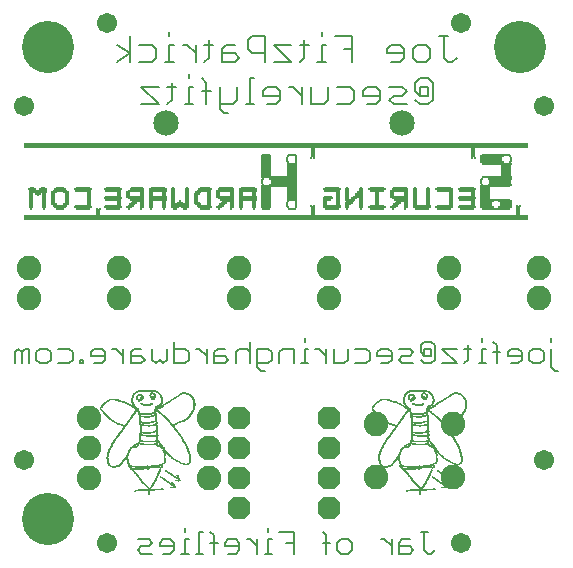
<source format=gbs>
G75*
%MOIN*%
%OFA0B0*%
%FSLAX25Y25*%
%IPPOS*%
%LPD*%
%AMOC8*
5,1,8,0,0,1.08239X$1,22.5*
%
%ADD10C,0.00600*%
%ADD11C,0.00800*%
%ADD12C,0.08477*%
%ADD13C,0.08200*%
%ADD14OC8,0.07600*%
%ADD15R,1.68000X0.00500*%
%ADD16R,0.01500X0.00500*%
%ADD17R,0.09500X0.00500*%
%ADD18R,0.05000X0.00500*%
%ADD19R,0.01000X0.00500*%
%ADD20R,0.00500X0.00500*%
%ADD21R,0.02500X0.00500*%
%ADD22R,0.03500X0.00500*%
%ADD23R,0.03000X0.00500*%
%ADD24R,0.04500X0.00500*%
%ADD25R,0.06000X0.00500*%
%ADD26R,0.02000X0.00500*%
%ADD27R,0.04000X0.00500*%
%ADD28R,0.05500X0.00500*%
%ADD29R,0.10000X0.00500*%
%ADD30R,0.12000X0.00500*%
%ADD31R,0.08000X0.00500*%
%ADD32R,0.07500X0.00500*%
%ADD33R,0.09000X0.00500*%
%ADD34R,0.00354X0.00118*%
%ADD35R,0.00236X0.00118*%
%ADD36R,0.01535X0.00118*%
%ADD37R,0.06850X0.00118*%
%ADD38R,0.07441X0.00118*%
%ADD39R,0.03898X0.00118*%
%ADD40R,0.00827X0.00118*%
%ADD41R,0.00591X0.00118*%
%ADD42R,0.02362X0.00118*%
%ADD43R,0.00709X0.00118*%
%ADD44R,0.00945X0.00118*%
%ADD45R,0.00472X0.00118*%
%ADD46R,0.01299X0.00118*%
%ADD47R,0.01772X0.00118*%
%ADD48R,0.01063X0.00118*%
%ADD49R,0.01181X0.00118*%
%ADD50R,0.01890X0.00118*%
%ADD51R,0.01417X0.00118*%
%ADD52R,0.00118X0.00118*%
%ADD53R,0.02598X0.00118*%
%ADD54R,0.04370X0.00118*%
%ADD55R,0.06024X0.00118*%
%ADD56R,0.03780X0.00118*%
%ADD57R,0.03189X0.00118*%
%ADD58R,0.03543X0.00118*%
%ADD59R,0.09213X0.00118*%
%ADD60R,0.02717X0.00118*%
%ADD61R,0.06496X0.00118*%
%ADD62R,0.03071X0.00118*%
%ADD63R,0.04488X0.00118*%
%ADD64R,0.02126X0.00118*%
%ADD65R,0.02244X0.00118*%
%ADD66R,0.01654X0.00118*%
%ADD67R,0.02835X0.00118*%
%ADD68R,0.05197X0.00118*%
%ADD69R,0.02480X0.00118*%
%ADD70R,0.04843X0.00118*%
%ADD71R,0.02008X0.00118*%
%ADD72R,0.02953X0.00118*%
%ADD73R,0.04252X0.00118*%
%ADD74R,0.05079X0.00118*%
%ADD75R,0.04016X0.00118*%
%ADD76R,0.05669X0.00118*%
%ADD77R,0.03307X0.00118*%
%ADD78R,0.04724X0.00118*%
%ADD79R,0.03661X0.00118*%
%ADD80R,0.03425X0.00118*%
%ADD81R,0.04134X0.00118*%
%ADD82R,0.05787X0.00118*%
%ADD83C,0.06706*%
%ADD84C,0.17398*%
D10*
X0063081Y0022698D02*
X0064294Y0021485D01*
X0067935Y0021485D01*
X0066721Y0023912D02*
X0067935Y0025125D01*
X0066721Y0026339D01*
X0063081Y0026339D01*
X0064294Y0023912D02*
X0066721Y0023912D01*
X0064294Y0023912D02*
X0063081Y0022698D01*
X0070331Y0023912D02*
X0075185Y0023912D01*
X0075185Y0025125D02*
X0075185Y0022698D01*
X0073971Y0021485D01*
X0071545Y0021485D01*
X0070331Y0023912D02*
X0070331Y0025125D01*
X0071545Y0026339D01*
X0073971Y0026339D01*
X0075185Y0025125D01*
X0078805Y0026339D02*
X0078805Y0021485D01*
X0080018Y0021485D02*
X0077592Y0021485D01*
X0082425Y0021485D02*
X0084852Y0021485D01*
X0083639Y0021485D02*
X0083639Y0028765D01*
X0084852Y0028765D01*
X0087259Y0028765D02*
X0088472Y0027552D01*
X0088472Y0021485D01*
X0089685Y0025125D02*
X0087259Y0025125D01*
X0092082Y0025125D02*
X0092082Y0023912D01*
X0096936Y0023912D01*
X0096936Y0025125D02*
X0096936Y0022698D01*
X0095722Y0021485D01*
X0093296Y0021485D01*
X0092082Y0025125D02*
X0093296Y0026339D01*
X0095722Y0026339D01*
X0096936Y0025125D01*
X0099337Y0026339D02*
X0100551Y0026339D01*
X0102978Y0023912D01*
X0102978Y0021485D02*
X0102978Y0026339D01*
X0106598Y0026339D02*
X0106598Y0021485D01*
X0107811Y0021485D02*
X0105384Y0021485D01*
X0106598Y0026339D02*
X0107811Y0026339D01*
X0106598Y0028765D02*
X0106598Y0029979D01*
X0110208Y0028765D02*
X0115061Y0028765D01*
X0115061Y0021485D01*
X0115061Y0025125D02*
X0112635Y0025125D01*
X0124718Y0025125D02*
X0127145Y0025125D01*
X0129542Y0025125D02*
X0129542Y0022698D01*
X0130755Y0021485D01*
X0133182Y0021485D01*
X0134396Y0022698D01*
X0134396Y0025125D01*
X0133182Y0026339D01*
X0130755Y0026339D01*
X0129542Y0025125D01*
X0125932Y0027552D02*
X0124718Y0028765D01*
X0125932Y0027552D02*
X0125932Y0021485D01*
X0144048Y0026339D02*
X0145261Y0026339D01*
X0147688Y0023912D01*
X0150084Y0023912D02*
X0153725Y0023912D01*
X0154938Y0022698D01*
X0153725Y0021485D01*
X0150084Y0021485D01*
X0150084Y0025125D01*
X0151298Y0026339D01*
X0153725Y0026339D01*
X0157335Y0028765D02*
X0159762Y0028765D01*
X0158548Y0028765D02*
X0158548Y0022698D01*
X0159762Y0021485D01*
X0160975Y0021485D01*
X0162188Y0022698D01*
X0147688Y0021485D02*
X0147688Y0026339D01*
X0105384Y0082444D02*
X0104171Y0082444D01*
X0102958Y0083658D01*
X0102958Y0089724D01*
X0106598Y0089724D01*
X0107811Y0088511D01*
X0107811Y0086084D01*
X0106598Y0084871D01*
X0102958Y0084871D01*
X0100561Y0084871D02*
X0100561Y0092151D01*
X0099348Y0089724D02*
X0096921Y0089724D01*
X0095707Y0088511D01*
X0095707Y0084871D01*
X0093311Y0086084D02*
X0092097Y0087298D01*
X0088457Y0087298D01*
X0088457Y0088511D02*
X0088457Y0084871D01*
X0092097Y0084871D01*
X0093311Y0086084D01*
X0092097Y0089724D02*
X0089670Y0089724D01*
X0088457Y0088511D01*
X0086060Y0089724D02*
X0086060Y0084871D01*
X0086060Y0087298D02*
X0083634Y0089724D01*
X0082420Y0089724D01*
X0080018Y0088511D02*
X0078805Y0089724D01*
X0075165Y0089724D01*
X0072768Y0089724D02*
X0072768Y0086084D01*
X0071555Y0084871D01*
X0070341Y0086084D01*
X0069128Y0084871D01*
X0067915Y0086084D01*
X0067915Y0089724D01*
X0064304Y0089724D02*
X0061878Y0089724D01*
X0060664Y0088511D01*
X0060664Y0084871D01*
X0064304Y0084871D01*
X0065518Y0086084D01*
X0064304Y0087298D01*
X0060664Y0087298D01*
X0058268Y0087298D02*
X0055841Y0089724D01*
X0054627Y0089724D01*
X0052226Y0088511D02*
X0051012Y0089724D01*
X0048586Y0089724D01*
X0047372Y0088511D01*
X0047372Y0087298D01*
X0052226Y0087298D01*
X0052226Y0088511D02*
X0052226Y0086084D01*
X0051012Y0084871D01*
X0048586Y0084871D01*
X0044975Y0084871D02*
X0044975Y0086084D01*
X0043762Y0086084D01*
X0043762Y0084871D01*
X0044975Y0084871D01*
X0041350Y0086084D02*
X0041350Y0088511D01*
X0040137Y0089724D01*
X0036497Y0089724D01*
X0034100Y0088511D02*
X0034100Y0086084D01*
X0032887Y0084871D01*
X0030460Y0084871D01*
X0029246Y0086084D01*
X0029246Y0088511D01*
X0030460Y0089724D01*
X0032887Y0089724D01*
X0034100Y0088511D01*
X0036497Y0084871D02*
X0040137Y0084871D01*
X0041350Y0086084D01*
X0026850Y0084871D02*
X0026850Y0089724D01*
X0025636Y0089724D01*
X0024423Y0088511D01*
X0023210Y0089724D01*
X0021996Y0088511D01*
X0021996Y0084871D01*
X0024423Y0084871D02*
X0024423Y0088511D01*
X0058268Y0089724D02*
X0058268Y0084871D01*
X0075165Y0084871D02*
X0078805Y0084871D01*
X0080018Y0086084D01*
X0080018Y0088511D01*
X0075165Y0092151D02*
X0075165Y0084871D01*
X0099348Y0089724D02*
X0100561Y0088511D01*
X0110208Y0088511D02*
X0110208Y0084871D01*
X0110208Y0088511D02*
X0111421Y0089724D01*
X0115061Y0089724D01*
X0115061Y0084871D01*
X0117468Y0084871D02*
X0119895Y0084871D01*
X0118682Y0084871D02*
X0118682Y0089724D01*
X0119895Y0089724D01*
X0122297Y0089724D02*
X0123510Y0089724D01*
X0125937Y0087298D01*
X0125937Y0089724D02*
X0125937Y0084871D01*
X0128334Y0084871D02*
X0128334Y0089724D01*
X0133187Y0089724D02*
X0133187Y0086084D01*
X0131974Y0084871D01*
X0128334Y0084871D01*
X0135584Y0084871D02*
X0139224Y0084871D01*
X0140437Y0086084D01*
X0140437Y0088511D01*
X0139224Y0089724D01*
X0135584Y0089724D01*
X0142834Y0088511D02*
X0142834Y0087298D01*
X0147688Y0087298D01*
X0147688Y0088511D02*
X0146474Y0089724D01*
X0144048Y0089724D01*
X0142834Y0088511D01*
X0144048Y0084871D02*
X0146474Y0084871D01*
X0147688Y0086084D01*
X0147688Y0088511D01*
X0150085Y0089724D02*
X0153725Y0089724D01*
X0154938Y0088511D01*
X0153725Y0087298D01*
X0151298Y0087298D01*
X0150085Y0086084D01*
X0151298Y0084871D01*
X0154938Y0084871D01*
X0157335Y0086084D02*
X0158548Y0084871D01*
X0160975Y0084871D01*
X0162188Y0086084D01*
X0162188Y0090938D01*
X0160975Y0092151D01*
X0158548Y0092151D01*
X0157335Y0090938D01*
X0157335Y0088511D01*
X0158548Y0087298D01*
X0158548Y0089724D01*
X0160975Y0089724D01*
X0160975Y0087298D01*
X0158548Y0087298D01*
X0164585Y0089724D02*
X0169439Y0084871D01*
X0164585Y0084871D01*
X0164585Y0089724D02*
X0169439Y0089724D01*
X0171845Y0089724D02*
X0174272Y0089724D01*
X0173059Y0090938D02*
X0173059Y0086084D01*
X0171845Y0084871D01*
X0176679Y0084871D02*
X0179106Y0084871D01*
X0177892Y0084871D02*
X0177892Y0089724D01*
X0179106Y0089724D01*
X0181512Y0088511D02*
X0183939Y0088511D01*
X0186336Y0088511D02*
X0187549Y0089724D01*
X0189976Y0089724D01*
X0191189Y0088511D01*
X0191189Y0086084D01*
X0189976Y0084871D01*
X0187549Y0084871D01*
X0186336Y0087298D02*
X0191189Y0087298D01*
X0193586Y0086084D02*
X0193586Y0088511D01*
X0194800Y0089724D01*
X0197226Y0089724D01*
X0198440Y0088511D01*
X0198440Y0086084D01*
X0197226Y0084871D01*
X0194800Y0084871D01*
X0193586Y0086084D01*
X0186336Y0087298D02*
X0186336Y0088511D01*
X0182726Y0090938D02*
X0182726Y0084871D01*
X0182726Y0090938D02*
X0181512Y0092151D01*
X0177892Y0092151D02*
X0177892Y0093364D01*
X0200847Y0093364D02*
X0200847Y0092151D01*
X0200847Y0089724D02*
X0200847Y0083658D01*
X0202060Y0082444D01*
X0203273Y0082444D01*
X0118682Y0092151D02*
X0118682Y0093364D01*
X0078805Y0029979D02*
X0078805Y0028765D01*
X0078805Y0026339D02*
X0080018Y0026339D01*
D11*
X0091783Y0168306D02*
X0090340Y0169749D01*
X0090340Y0176962D01*
X0087410Y0175519D02*
X0084525Y0175519D01*
X0085968Y0178405D02*
X0084525Y0179848D01*
X0085968Y0178405D02*
X0085968Y0171191D01*
X0081610Y0171191D02*
X0078725Y0171191D01*
X0080167Y0171191D02*
X0080167Y0176962D01*
X0081610Y0176962D01*
X0080167Y0179848D02*
X0080167Y0181290D01*
X0082335Y0185365D02*
X0082335Y0191135D01*
X0082335Y0188250D02*
X0079450Y0191135D01*
X0078007Y0191135D01*
X0075085Y0191135D02*
X0073642Y0191135D01*
X0073642Y0185365D01*
X0075085Y0185365D02*
X0072199Y0185365D01*
X0069285Y0186807D02*
X0067842Y0185365D01*
X0063514Y0185365D01*
X0060584Y0185365D02*
X0060584Y0194021D01*
X0063514Y0191135D02*
X0067842Y0191135D01*
X0069285Y0189693D01*
X0069285Y0186807D01*
X0073642Y0194021D02*
X0073642Y0195463D01*
X0060584Y0188250D02*
X0056256Y0191135D01*
X0060584Y0188250D02*
X0056256Y0185365D01*
X0064239Y0176962D02*
X0070010Y0171191D01*
X0064239Y0171191D01*
X0064239Y0176962D02*
X0070010Y0176962D01*
X0072924Y0176962D02*
X0075810Y0176962D01*
X0074367Y0178405D02*
X0074367Y0172634D01*
X0072924Y0171191D01*
X0085250Y0185365D02*
X0086693Y0186807D01*
X0086693Y0192578D01*
X0088135Y0191135D02*
X0085250Y0191135D01*
X0091065Y0189693D02*
X0091065Y0185365D01*
X0095393Y0185365D01*
X0096836Y0186807D01*
X0095393Y0188250D01*
X0091065Y0188250D01*
X0091065Y0189693D02*
X0092508Y0191135D01*
X0095393Y0191135D01*
X0099765Y0189693D02*
X0101208Y0188250D01*
X0105536Y0188250D01*
X0108466Y0191135D02*
X0114236Y0185365D01*
X0108466Y0185365D01*
X0105536Y0185365D02*
X0105536Y0194021D01*
X0101208Y0194021D01*
X0099765Y0192578D01*
X0099765Y0189693D01*
X0108466Y0191135D02*
X0114236Y0191135D01*
X0117151Y0191135D02*
X0120037Y0191135D01*
X0118594Y0192578D02*
X0118594Y0186807D01*
X0117151Y0185365D01*
X0122951Y0185365D02*
X0125837Y0185365D01*
X0124394Y0185365D02*
X0124394Y0191135D01*
X0125837Y0191135D01*
X0124394Y0194021D02*
X0124394Y0195463D01*
X0128766Y0194021D02*
X0134537Y0194021D01*
X0134537Y0185365D01*
X0134537Y0189693D02*
X0131652Y0189693D01*
X0129491Y0176962D02*
X0133820Y0176962D01*
X0135262Y0175519D01*
X0135262Y0172634D01*
X0133820Y0171191D01*
X0129491Y0171191D01*
X0126562Y0172634D02*
X0125119Y0171191D01*
X0120791Y0171191D01*
X0120791Y0176962D01*
X0117862Y0176962D02*
X0117862Y0171191D01*
X0117862Y0174077D02*
X0114976Y0176962D01*
X0113533Y0176962D01*
X0110611Y0175519D02*
X0109169Y0176962D01*
X0106283Y0176962D01*
X0104840Y0175519D01*
X0104840Y0174077D01*
X0110611Y0174077D01*
X0110611Y0175519D02*
X0110611Y0172634D01*
X0109169Y0171191D01*
X0106283Y0171191D01*
X0101911Y0171191D02*
X0099025Y0171191D01*
X0100468Y0171191D02*
X0100468Y0179848D01*
X0101911Y0179848D01*
X0096111Y0176962D02*
X0096111Y0172634D01*
X0094668Y0171191D01*
X0090340Y0171191D01*
X0091783Y0168306D02*
X0093225Y0168306D01*
X0126562Y0172634D02*
X0126562Y0176962D01*
X0138192Y0175519D02*
X0138192Y0174077D01*
X0143963Y0174077D01*
X0143963Y0175519D02*
X0143963Y0172634D01*
X0142520Y0171191D01*
X0139634Y0171191D01*
X0138192Y0175519D02*
X0139634Y0176962D01*
X0142520Y0176962D01*
X0143963Y0175519D01*
X0146892Y0176962D02*
X0151220Y0176962D01*
X0152663Y0175519D01*
X0151220Y0174077D01*
X0148335Y0174077D01*
X0146892Y0172634D01*
X0148335Y0171191D01*
X0152663Y0171191D01*
X0155592Y0172634D02*
X0157035Y0171191D01*
X0159921Y0171191D01*
X0161363Y0172634D01*
X0161363Y0178405D01*
X0159921Y0179848D01*
X0157035Y0179848D01*
X0155592Y0178405D01*
X0155592Y0175519D01*
X0157035Y0174077D01*
X0157035Y0176962D01*
X0159921Y0176962D01*
X0159921Y0174077D01*
X0157035Y0174077D01*
X0156310Y0185365D02*
X0154867Y0186807D01*
X0154867Y0189693D01*
X0156310Y0191135D01*
X0159196Y0191135D01*
X0160638Y0189693D01*
X0160638Y0186807D01*
X0159196Y0185365D01*
X0156310Y0185365D01*
X0151938Y0186807D02*
X0151938Y0189693D01*
X0150495Y0191135D01*
X0147610Y0191135D01*
X0146167Y0189693D01*
X0146167Y0188250D01*
X0151938Y0188250D01*
X0151938Y0186807D02*
X0150495Y0185365D01*
X0147610Y0185365D01*
X0165010Y0186807D02*
X0165010Y0194021D01*
X0163568Y0194021D02*
X0166453Y0194021D01*
X0165010Y0186807D02*
X0166453Y0185365D01*
X0167896Y0185365D01*
X0169339Y0186807D01*
D12*
X0151106Y0164886D03*
X0072366Y0164886D03*
D13*
X0056736Y0116736D03*
X0056736Y0106736D03*
X0026736Y0106736D03*
X0026736Y0116736D03*
X0046736Y0066736D03*
X0046736Y0056736D03*
X0046736Y0046736D03*
X0086736Y0046736D03*
X0086736Y0056736D03*
X0086736Y0066736D03*
X0096736Y0106736D03*
X0096736Y0116736D03*
X0126736Y0116736D03*
X0126736Y0106736D03*
X0166736Y0106736D03*
X0166736Y0116736D03*
X0196736Y0116736D03*
X0196736Y0106736D03*
X0168040Y0064731D03*
X0168040Y0046931D03*
X0142440Y0046931D03*
X0142440Y0064731D03*
D14*
X0126736Y0066736D03*
X0126736Y0056736D03*
X0126736Y0046736D03*
X0126736Y0036736D03*
X0096736Y0036736D03*
X0096736Y0046736D03*
X0096736Y0056736D03*
X0096736Y0066736D03*
D15*
X0109163Y0132921D03*
X0109163Y0133421D03*
X0109163Y0133921D03*
X0109163Y0156921D03*
X0109163Y0157421D03*
X0109163Y0157921D03*
D16*
X0121413Y0156421D03*
X0121413Y0155921D03*
X0121413Y0155421D03*
X0121413Y0154921D03*
X0121413Y0154421D03*
X0121413Y0153921D03*
X0129913Y0141921D03*
X0129913Y0141421D03*
X0129913Y0140921D03*
X0129913Y0140421D03*
X0129913Y0139921D03*
X0129913Y0139421D03*
X0129913Y0138921D03*
X0129913Y0138421D03*
X0129913Y0137921D03*
X0132913Y0137421D03*
X0132913Y0136921D03*
X0132913Y0139921D03*
X0132913Y0140421D03*
X0132913Y0140921D03*
X0132913Y0141421D03*
X0132913Y0141921D03*
X0132913Y0142421D03*
X0132913Y0142921D03*
X0137413Y0142921D03*
X0137413Y0142421D03*
X0137413Y0139921D03*
X0137413Y0139421D03*
X0137413Y0138921D03*
X0137413Y0138421D03*
X0137413Y0137921D03*
X0137413Y0137421D03*
X0137413Y0136921D03*
X0142913Y0137921D03*
X0142913Y0138421D03*
X0142913Y0138921D03*
X0142913Y0139421D03*
X0142913Y0139921D03*
X0142913Y0140421D03*
X0142913Y0140921D03*
X0142913Y0141421D03*
X0142913Y0141921D03*
X0147913Y0141921D03*
X0147913Y0141421D03*
X0147913Y0140921D03*
X0152413Y0140921D03*
X0152413Y0141421D03*
X0152413Y0141921D03*
X0155413Y0141921D03*
X0155413Y0141421D03*
X0155413Y0140921D03*
X0155413Y0140421D03*
X0155413Y0139921D03*
X0155413Y0139421D03*
X0155413Y0138921D03*
X0155413Y0138421D03*
X0155413Y0137921D03*
X0152413Y0137921D03*
X0152413Y0137421D03*
X0152413Y0136921D03*
X0152413Y0138421D03*
X0155413Y0142421D03*
X0155413Y0142921D03*
X0159913Y0142921D03*
X0159913Y0142421D03*
X0159913Y0141921D03*
X0159913Y0141421D03*
X0159913Y0140921D03*
X0159913Y0140421D03*
X0159913Y0139921D03*
X0159913Y0139421D03*
X0159913Y0138921D03*
X0159913Y0138421D03*
X0159913Y0137921D03*
X0167413Y0137921D03*
X0167413Y0138421D03*
X0167413Y0138921D03*
X0167413Y0139421D03*
X0167413Y0139921D03*
X0167413Y0140421D03*
X0167413Y0140921D03*
X0167413Y0141421D03*
X0167413Y0141921D03*
X0174913Y0141921D03*
X0174913Y0141421D03*
X0174913Y0140921D03*
X0174913Y0138921D03*
X0174913Y0138421D03*
X0174913Y0137921D03*
X0189913Y0136921D03*
X0189913Y0136421D03*
X0189913Y0135921D03*
X0189913Y0135421D03*
X0189913Y0134921D03*
X0189913Y0134421D03*
X0174913Y0153921D03*
X0174913Y0154421D03*
X0174913Y0154921D03*
X0174913Y0155421D03*
X0174913Y0155921D03*
X0174913Y0156421D03*
X0125413Y0138921D03*
X0125413Y0138421D03*
X0125413Y0137921D03*
X0121413Y0136921D03*
X0121413Y0136421D03*
X0121413Y0135921D03*
X0121413Y0135421D03*
X0121413Y0134921D03*
X0121413Y0134421D03*
X0101913Y0136921D03*
X0101913Y0137421D03*
X0101913Y0137921D03*
X0101913Y0138421D03*
X0101913Y0138921D03*
X0101913Y0140921D03*
X0101913Y0141421D03*
X0101913Y0141921D03*
X0097413Y0141921D03*
X0097413Y0141421D03*
X0097413Y0140921D03*
X0097413Y0138921D03*
X0097413Y0138421D03*
X0097413Y0137921D03*
X0097413Y0137421D03*
X0097413Y0136921D03*
X0094413Y0136921D03*
X0094413Y0137421D03*
X0094413Y0137921D03*
X0094413Y0138421D03*
X0094413Y0140921D03*
X0094413Y0141421D03*
X0094413Y0141921D03*
X0089913Y0141921D03*
X0089913Y0141421D03*
X0089913Y0140921D03*
X0086913Y0140921D03*
X0086913Y0140421D03*
X0086913Y0139921D03*
X0086913Y0139421D03*
X0086913Y0138921D03*
X0086913Y0138421D03*
X0086913Y0137921D03*
X0086913Y0141421D03*
X0086913Y0141921D03*
X0082413Y0140921D03*
X0082413Y0140421D03*
X0082413Y0139921D03*
X0082413Y0139421D03*
X0082413Y0138921D03*
X0079413Y0138921D03*
X0079413Y0138421D03*
X0079413Y0139421D03*
X0079413Y0139921D03*
X0079413Y0140421D03*
X0079413Y0140921D03*
X0079413Y0141421D03*
X0079413Y0141921D03*
X0079413Y0142421D03*
X0079413Y0142921D03*
X0074913Y0142921D03*
X0074913Y0142421D03*
X0074913Y0141921D03*
X0074913Y0141421D03*
X0074913Y0140921D03*
X0074913Y0140421D03*
X0074913Y0139921D03*
X0074913Y0139421D03*
X0074913Y0138921D03*
X0074913Y0138421D03*
X0075413Y0136421D03*
X0071913Y0136921D03*
X0071913Y0137421D03*
X0071913Y0137921D03*
X0071913Y0138421D03*
X0071913Y0138921D03*
X0071913Y0140921D03*
X0071913Y0141421D03*
X0071913Y0141921D03*
X0067413Y0141921D03*
X0067413Y0141421D03*
X0067413Y0140921D03*
X0067413Y0138921D03*
X0067413Y0138421D03*
X0067413Y0137921D03*
X0067413Y0137421D03*
X0067413Y0136921D03*
X0064413Y0136921D03*
X0064413Y0137421D03*
X0064413Y0137921D03*
X0064413Y0138421D03*
X0064413Y0140921D03*
X0064413Y0141421D03*
X0064413Y0141921D03*
X0059913Y0141921D03*
X0059913Y0141421D03*
X0059913Y0140921D03*
X0056913Y0140921D03*
X0056913Y0141421D03*
X0056913Y0141921D03*
X0056913Y0138921D03*
X0056913Y0138421D03*
X0056913Y0137921D03*
X0049913Y0135921D03*
X0049913Y0135421D03*
X0049913Y0134921D03*
X0049913Y0134421D03*
X0046913Y0137921D03*
X0046913Y0138421D03*
X0046913Y0138921D03*
X0046913Y0139421D03*
X0046913Y0139921D03*
X0046913Y0140421D03*
X0046913Y0140921D03*
X0046913Y0141421D03*
X0046913Y0141921D03*
X0039413Y0141421D03*
X0039413Y0140921D03*
X0039413Y0140421D03*
X0039413Y0139921D03*
X0039413Y0139421D03*
X0039413Y0138921D03*
X0039413Y0138421D03*
X0034913Y0138421D03*
X0034913Y0138921D03*
X0034913Y0139421D03*
X0034913Y0139921D03*
X0034913Y0140421D03*
X0034913Y0140921D03*
X0034913Y0141421D03*
X0031913Y0141421D03*
X0031913Y0140921D03*
X0031913Y0140421D03*
X0031913Y0139921D03*
X0031913Y0139421D03*
X0031913Y0138921D03*
X0031913Y0138421D03*
X0031913Y0137921D03*
X0031913Y0137421D03*
X0031913Y0136921D03*
X0027413Y0136921D03*
X0027413Y0137421D03*
X0027413Y0137921D03*
X0027413Y0138421D03*
X0027413Y0138921D03*
X0027413Y0139421D03*
X0027413Y0139921D03*
X0027413Y0140421D03*
X0027413Y0140921D03*
X0027413Y0141421D03*
X0027913Y0143421D03*
X0031413Y0143421D03*
X0078913Y0136421D03*
D17*
X0111413Y0144421D03*
X0111413Y0146421D03*
X0182413Y0154421D03*
X0182413Y0136421D03*
D18*
X0172663Y0136421D03*
X0172663Y0143421D03*
X0165163Y0143421D03*
X0165163Y0136421D03*
X0157663Y0136421D03*
X0150663Y0139421D03*
X0142663Y0137421D03*
X0142663Y0136421D03*
X0142663Y0142421D03*
X0142663Y0143421D03*
X0127663Y0143421D03*
X0127663Y0136421D03*
X0099663Y0143421D03*
X0092663Y0139421D03*
X0085163Y0137421D03*
X0085163Y0142421D03*
X0069663Y0143421D03*
X0062663Y0142921D03*
X0062663Y0139421D03*
X0054663Y0136421D03*
X0054663Y0143421D03*
X0044663Y0143421D03*
X0044663Y0136421D03*
X0037163Y0137421D03*
X0037163Y0142421D03*
D19*
X0029663Y0140921D03*
X0060163Y0136421D03*
X0064163Y0136421D03*
X0077163Y0138921D03*
X0090163Y0136421D03*
X0094163Y0136421D03*
X0104663Y0144421D03*
X0104663Y0146421D03*
X0113163Y0151921D03*
X0113163Y0153921D03*
X0115663Y0153921D03*
X0115663Y0151921D03*
X0115663Y0138921D03*
X0115663Y0136921D03*
X0113163Y0136921D03*
X0113163Y0138921D03*
X0148163Y0136421D03*
X0152163Y0136421D03*
X0177663Y0144421D03*
X0177663Y0146421D03*
X0187163Y0151921D03*
X0187163Y0153921D03*
D20*
X0187413Y0153421D03*
X0187413Y0152921D03*
X0187413Y0152421D03*
X0177413Y0145921D03*
X0177413Y0145421D03*
X0177413Y0144921D03*
X0175413Y0153421D03*
X0174413Y0153421D03*
X0159913Y0143421D03*
X0155413Y0143421D03*
X0137413Y0143421D03*
X0132913Y0143421D03*
X0132913Y0136421D03*
X0137413Y0136421D03*
X0121913Y0137421D03*
X0120913Y0137421D03*
X0115913Y0137421D03*
X0115913Y0137921D03*
X0115913Y0138421D03*
X0112913Y0138421D03*
X0112913Y0137921D03*
X0112913Y0137421D03*
X0104413Y0144921D03*
X0104413Y0145421D03*
X0104413Y0145921D03*
X0101913Y0136421D03*
X0097413Y0136421D03*
X0112913Y0152421D03*
X0112913Y0152921D03*
X0112913Y0153421D03*
X0115913Y0153421D03*
X0115913Y0152921D03*
X0115913Y0152421D03*
X0120913Y0153421D03*
X0121913Y0153421D03*
X0079413Y0143421D03*
X0074913Y0143421D03*
X0071913Y0136421D03*
X0067413Y0136421D03*
X0050413Y0136421D03*
X0049413Y0136421D03*
X0031913Y0136421D03*
X0027413Y0136421D03*
X0189413Y0137421D03*
X0190413Y0137421D03*
D21*
X0136913Y0141421D03*
X0133413Y0138421D03*
X0126413Y0140421D03*
X0114413Y0136421D03*
X0105913Y0136421D03*
X0105913Y0154421D03*
X0114413Y0154421D03*
X0078913Y0136921D03*
X0075413Y0136921D03*
X0031413Y0142921D03*
X0027913Y0142921D03*
D22*
X0085413Y0143421D03*
X0085413Y0136421D03*
X0105913Y0136921D03*
X0105913Y0137421D03*
X0105913Y0137921D03*
X0105913Y0138421D03*
X0105913Y0138921D03*
X0105913Y0139421D03*
X0105913Y0139921D03*
X0105913Y0140421D03*
X0105913Y0140921D03*
X0105913Y0141421D03*
X0105913Y0141921D03*
X0105913Y0142421D03*
X0105913Y0142921D03*
X0105913Y0143421D03*
X0105913Y0147421D03*
X0105913Y0147921D03*
X0105913Y0148421D03*
X0105913Y0148921D03*
X0105913Y0149421D03*
X0105913Y0149921D03*
X0105913Y0150421D03*
X0105913Y0150921D03*
X0105913Y0151421D03*
X0105913Y0151921D03*
X0105913Y0152421D03*
X0105913Y0152921D03*
X0105913Y0153421D03*
X0105913Y0153921D03*
X0114413Y0151421D03*
X0114413Y0150921D03*
X0114413Y0150421D03*
X0114413Y0149921D03*
X0114413Y0149421D03*
X0114413Y0148921D03*
X0114413Y0148421D03*
X0114413Y0147921D03*
X0114413Y0147421D03*
X0114413Y0143421D03*
X0114413Y0142921D03*
X0114413Y0142421D03*
X0114413Y0141921D03*
X0114413Y0141421D03*
X0114413Y0140921D03*
X0114413Y0140421D03*
X0114413Y0139921D03*
X0114413Y0139421D03*
X0126413Y0139921D03*
X0133913Y0139421D03*
X0136413Y0140421D03*
X0178913Y0140421D03*
X0178913Y0139921D03*
X0178913Y0140921D03*
X0178913Y0141421D03*
X0178913Y0141921D03*
X0178913Y0142421D03*
X0178913Y0142921D03*
X0178913Y0143421D03*
X0185913Y0147421D03*
X0185913Y0147921D03*
X0185913Y0148421D03*
X0185913Y0148921D03*
X0185913Y0149421D03*
X0185913Y0149921D03*
X0185913Y0150421D03*
X0185913Y0150921D03*
D23*
X0136663Y0140921D03*
X0133663Y0138921D03*
X0126163Y0139421D03*
X0037163Y0136421D03*
X0037163Y0143421D03*
D24*
X0085413Y0142921D03*
X0085413Y0136921D03*
X0092413Y0143421D03*
X0150413Y0143421D03*
X0179413Y0138921D03*
X0179413Y0136921D03*
X0185413Y0136921D03*
X0185413Y0138921D03*
D25*
X0172663Y0139921D03*
X0172663Y0136921D03*
X0172663Y0142921D03*
X0165163Y0142921D03*
X0165163Y0136921D03*
X0157663Y0136921D03*
X0157663Y0137421D03*
X0150163Y0140421D03*
X0150163Y0142421D03*
X0142663Y0142921D03*
X0142663Y0136921D03*
X0127663Y0136921D03*
X0127663Y0137421D03*
X0127663Y0142921D03*
X0099663Y0142921D03*
X0099663Y0142421D03*
X0099663Y0140421D03*
X0099663Y0139921D03*
X0099663Y0139421D03*
X0092163Y0140421D03*
X0092163Y0142421D03*
X0077163Y0137921D03*
X0077163Y0137421D03*
X0069663Y0139421D03*
X0069663Y0139921D03*
X0069663Y0140421D03*
X0069663Y0142421D03*
X0069663Y0142921D03*
X0062163Y0140421D03*
X0054663Y0139921D03*
X0054663Y0136921D03*
X0054663Y0142921D03*
X0044663Y0142921D03*
X0044663Y0136921D03*
X0029663Y0141921D03*
X0029663Y0142421D03*
D26*
X0029663Y0141421D03*
X0035163Y0141921D03*
X0035163Y0137921D03*
X0039163Y0137921D03*
X0039163Y0141921D03*
X0060163Y0136921D03*
X0060663Y0137421D03*
X0061163Y0137921D03*
X0061663Y0138421D03*
X0077163Y0138421D03*
X0082663Y0138421D03*
X0083163Y0137921D03*
X0082663Y0141421D03*
X0083163Y0141921D03*
X0090163Y0136921D03*
X0090663Y0137421D03*
X0091163Y0137921D03*
X0091663Y0138421D03*
X0133163Y0137921D03*
X0135163Y0139921D03*
X0137163Y0141921D03*
X0148163Y0136921D03*
X0148663Y0137421D03*
X0149163Y0137921D03*
X0149663Y0138421D03*
D27*
X0151163Y0138921D03*
X0179163Y0138421D03*
X0179163Y0137921D03*
X0179163Y0137421D03*
X0185663Y0137421D03*
X0185663Y0137921D03*
X0185663Y0138421D03*
X0093163Y0138921D03*
X0063163Y0138921D03*
X0062663Y0143421D03*
X0037163Y0142921D03*
X0037163Y0136921D03*
D28*
X0044913Y0137421D03*
X0044913Y0142421D03*
X0054913Y0142421D03*
X0054913Y0140421D03*
X0054913Y0139421D03*
X0054913Y0137421D03*
X0062413Y0139921D03*
X0062413Y0142421D03*
X0092413Y0142921D03*
X0092413Y0139921D03*
X0127913Y0142421D03*
X0150413Y0142921D03*
X0150413Y0139921D03*
X0165413Y0137421D03*
X0165413Y0142421D03*
X0172913Y0142421D03*
X0172913Y0140421D03*
X0172913Y0139421D03*
X0172913Y0137421D03*
D29*
X0182163Y0139421D03*
X0182163Y0143921D03*
X0182663Y0146921D03*
X0182663Y0151421D03*
D30*
X0110163Y0146921D03*
X0110163Y0143921D03*
D31*
X0181163Y0151921D03*
X0181163Y0153921D03*
X0183663Y0146421D03*
X0183663Y0144421D03*
D32*
X0183913Y0144921D03*
X0183913Y0145421D03*
X0183913Y0145921D03*
X0180913Y0152421D03*
X0180913Y0152921D03*
X0180913Y0153421D03*
D33*
X0111663Y0145921D03*
X0111663Y0145421D03*
X0111663Y0144921D03*
D34*
X0152091Y0073941D03*
X0151854Y0073114D03*
X0151854Y0072996D03*
X0151854Y0072878D03*
X0151854Y0072287D03*
X0151854Y0071933D03*
X0151854Y0071815D03*
X0154689Y0073350D03*
X0157878Y0074413D03*
X0157760Y0075476D03*
X0154217Y0067445D03*
X0154335Y0066736D03*
X0154335Y0066500D03*
X0154335Y0066382D03*
X0154453Y0065673D03*
X0154453Y0065555D03*
X0154453Y0065437D03*
X0154453Y0064728D03*
X0154571Y0064020D03*
X0154571Y0063902D03*
X0154571Y0063783D03*
X0154571Y0063665D03*
X0154571Y0063547D03*
X0154571Y0063429D03*
X0154571Y0063311D03*
X0154571Y0063193D03*
X0154571Y0063075D03*
X0154571Y0062957D03*
X0154571Y0062839D03*
X0154571Y0062720D03*
X0154571Y0062484D03*
X0154571Y0062366D03*
X0154571Y0061539D03*
X0154453Y0060713D03*
X0154453Y0060594D03*
X0154453Y0060476D03*
X0154453Y0060358D03*
X0154453Y0060240D03*
X0154453Y0060122D03*
X0154453Y0060004D03*
X0154453Y0059886D03*
X0154453Y0059768D03*
X0154217Y0058587D03*
X0159886Y0062602D03*
X0159886Y0062720D03*
X0159886Y0062839D03*
X0159886Y0062957D03*
X0159886Y0063075D03*
X0159886Y0063193D03*
X0159886Y0063311D03*
X0159886Y0063429D03*
X0159886Y0063547D03*
X0159886Y0063665D03*
X0159886Y0063783D03*
X0159886Y0063902D03*
X0159886Y0064020D03*
X0159886Y0064728D03*
X0159886Y0064846D03*
X0159886Y0064965D03*
X0159886Y0065083D03*
X0159768Y0066028D03*
X0159768Y0066146D03*
X0159768Y0066264D03*
X0159768Y0066382D03*
X0159768Y0066500D03*
X0159768Y0066618D03*
X0164965Y0064256D03*
X0165437Y0063665D03*
X0165555Y0063547D03*
X0165673Y0063429D03*
X0165673Y0063311D03*
X0165791Y0063193D03*
X0165909Y0063075D03*
X0166028Y0062957D03*
X0166146Y0062720D03*
X0166264Y0062602D03*
X0166854Y0061894D03*
X0166972Y0061776D03*
X0167091Y0061539D03*
X0167209Y0061421D03*
X0167563Y0060949D03*
X0167681Y0060831D03*
X0167799Y0060594D03*
X0167917Y0060476D03*
X0168035Y0060358D03*
X0168272Y0060004D03*
X0168390Y0059886D03*
X0168390Y0059768D03*
X0168508Y0059650D03*
X0168508Y0059531D03*
X0168626Y0059413D03*
X0168744Y0059177D03*
X0168744Y0059059D03*
X0168862Y0058941D03*
X0168862Y0058823D03*
X0168980Y0058705D03*
X0169098Y0058469D03*
X0169217Y0058232D03*
X0169335Y0058114D03*
X0169335Y0057996D03*
X0169453Y0057878D03*
X0169571Y0057760D03*
X0169571Y0057642D03*
X0169689Y0057524D03*
X0169807Y0057287D03*
X0169925Y0057051D03*
X0170043Y0056815D03*
X0170043Y0056697D03*
X0170161Y0056579D03*
X0170161Y0056461D03*
X0170280Y0056343D03*
X0170280Y0056224D03*
X0170398Y0056106D03*
X0170398Y0055988D03*
X0170398Y0055870D03*
X0170398Y0055752D03*
X0170516Y0055634D03*
X0170516Y0055516D03*
X0170516Y0055398D03*
X0170634Y0055280D03*
X0170634Y0055161D03*
X0170634Y0055043D03*
X0170752Y0054925D03*
X0170752Y0054807D03*
X0170752Y0054689D03*
X0170752Y0054571D03*
X0170870Y0054453D03*
X0170870Y0054335D03*
X0170870Y0054217D03*
X0170870Y0054098D03*
X0170870Y0053980D03*
X0170870Y0053862D03*
X0170870Y0053744D03*
X0170988Y0053626D03*
X0170988Y0053508D03*
X0170988Y0053390D03*
X0170988Y0053272D03*
X0170988Y0053154D03*
X0171106Y0052917D03*
X0171106Y0052799D03*
X0171106Y0052681D03*
X0171106Y0052563D03*
X0171106Y0052445D03*
X0171106Y0052327D03*
X0170988Y0051972D03*
X0170988Y0051854D03*
X0170870Y0051618D03*
X0166854Y0047366D03*
X0165083Y0045122D03*
X0165083Y0045004D03*
X0165319Y0044768D03*
X0165437Y0044531D03*
X0163193Y0048902D03*
X0161776Y0050319D03*
X0161067Y0049020D03*
X0160949Y0048783D03*
X0160831Y0048547D03*
X0160831Y0048429D03*
X0160713Y0048311D03*
X0160594Y0048075D03*
X0160476Y0047839D03*
X0160476Y0047720D03*
X0160358Y0047602D03*
X0160358Y0047484D03*
X0160240Y0047366D03*
X0160240Y0047248D03*
X0160122Y0047130D03*
X0160122Y0047012D03*
X0160004Y0046894D03*
X0160004Y0046776D03*
X0159886Y0046657D03*
X0159886Y0046539D03*
X0159768Y0046421D03*
X0159768Y0046303D03*
X0159650Y0046185D03*
X0159650Y0046067D03*
X0159531Y0045949D03*
X0159531Y0045831D03*
X0159413Y0045713D03*
X0159413Y0045594D03*
X0159295Y0045476D03*
X0159295Y0045358D03*
X0159177Y0045122D03*
X0159059Y0044886D03*
X0158941Y0044650D03*
X0158823Y0044531D03*
X0158823Y0044413D03*
X0158705Y0044295D03*
X0158587Y0044059D03*
X0158469Y0043941D03*
X0158350Y0043705D03*
X0158232Y0043587D03*
X0156815Y0043587D03*
X0157287Y0042051D03*
X0157287Y0041933D03*
X0157287Y0041815D03*
X0157287Y0041697D03*
X0157287Y0041579D03*
X0157287Y0041461D03*
X0157287Y0041343D03*
X0157287Y0041224D03*
X0157287Y0041106D03*
X0157287Y0040988D03*
X0157287Y0040870D03*
X0155516Y0044768D03*
X0155398Y0044886D03*
X0155280Y0045004D03*
X0155161Y0045122D03*
X0155043Y0045240D03*
X0154925Y0045358D03*
X0154925Y0045476D03*
X0154807Y0045594D03*
X0154689Y0045713D03*
X0154571Y0045831D03*
X0154571Y0045949D03*
X0154453Y0046067D03*
X0154335Y0046185D03*
X0154335Y0046303D03*
X0154217Y0046421D03*
X0154098Y0046539D03*
X0154098Y0046657D03*
X0153980Y0046776D03*
X0153862Y0046894D03*
X0153744Y0047012D03*
X0153626Y0047130D03*
X0153626Y0047248D03*
X0153508Y0047366D03*
X0152799Y0048075D03*
X0153508Y0049728D03*
X0150555Y0050555D03*
X0150555Y0051382D03*
X0150319Y0052091D03*
X0150201Y0052445D03*
X0150201Y0052563D03*
X0149610Y0053272D03*
X0147957Y0051146D03*
X0147720Y0050791D03*
X0143823Y0051500D03*
X0143823Y0051618D03*
X0143705Y0052091D03*
X0143705Y0052209D03*
X0143705Y0052327D03*
X0143587Y0052799D03*
X0143587Y0052917D03*
X0143587Y0053508D03*
X0143587Y0053626D03*
X0143587Y0053744D03*
X0143587Y0053862D03*
X0143587Y0053980D03*
X0143587Y0054098D03*
X0143587Y0054217D03*
X0143705Y0054453D03*
X0143705Y0054571D03*
X0143705Y0054689D03*
X0143823Y0054925D03*
X0143823Y0055043D03*
X0143941Y0055161D03*
X0143941Y0055280D03*
X0144059Y0055516D03*
X0144059Y0055634D03*
X0144177Y0055752D03*
X0144177Y0055870D03*
X0144295Y0055988D03*
X0144295Y0056106D03*
X0144413Y0056224D03*
X0144413Y0056343D03*
X0144531Y0056579D03*
X0144650Y0056815D03*
X0144768Y0056933D03*
X0144768Y0057051D03*
X0144886Y0057169D03*
X0144886Y0057287D03*
X0144886Y0057406D03*
X0145004Y0057524D03*
X0145004Y0057642D03*
X0145122Y0057760D03*
X0145240Y0057996D03*
X0145358Y0058114D03*
X0145476Y0058350D03*
X0145594Y0058469D03*
X0145713Y0058587D03*
X0145713Y0058705D03*
X0145713Y0058823D03*
X0145831Y0058941D03*
X0145949Y0059059D03*
X0146067Y0059177D03*
X0146421Y0059768D03*
X0146539Y0059886D03*
X0146657Y0060004D03*
X0146894Y0060358D03*
X0147012Y0060476D03*
X0147012Y0060594D03*
X0147130Y0060713D03*
X0147248Y0060831D03*
X0147366Y0060949D03*
X0147366Y0061067D03*
X0147484Y0061185D03*
X0147602Y0061303D03*
X0147720Y0061421D03*
X0147720Y0061539D03*
X0147839Y0061657D03*
X0147957Y0061776D03*
X0148311Y0062248D03*
X0148429Y0062366D03*
X0148547Y0062602D03*
X0148665Y0062720D03*
X0148783Y0062839D03*
X0148783Y0062957D03*
X0148902Y0063075D03*
X0149020Y0063193D03*
X0149138Y0063429D03*
X0149256Y0063547D03*
X0149610Y0064138D03*
X0149728Y0064256D03*
X0150201Y0064846D03*
X0150319Y0065083D03*
X0150437Y0065201D03*
X0150555Y0065437D03*
X0150673Y0065555D03*
X0150791Y0065673D03*
X0150791Y0065791D03*
X0150909Y0065909D03*
X0151028Y0066028D03*
X0151264Y0066382D03*
X0151382Y0066500D03*
X0151618Y0066854D03*
X0151736Y0067091D03*
X0151854Y0067209D03*
X0151972Y0067445D03*
X0152091Y0067563D03*
X0144177Y0066382D03*
X0143941Y0066618D03*
X0143823Y0066736D03*
X0143705Y0066854D03*
X0142642Y0068035D03*
X0141815Y0068862D03*
X0141697Y0068980D03*
X0141579Y0069098D03*
X0141461Y0069335D03*
X0141461Y0069925D03*
X0141579Y0070161D03*
X0141697Y0070398D03*
X0141815Y0070516D03*
X0141933Y0070634D03*
X0142051Y0070870D03*
X0142169Y0070988D03*
X0142287Y0071106D03*
X0142406Y0071224D03*
X0142642Y0071461D03*
X0143232Y0071933D03*
X0162839Y0055516D03*
X0162957Y0055398D03*
X0163193Y0055043D03*
X0163311Y0054925D03*
X0163429Y0054807D03*
X0162720Y0054453D03*
X0162720Y0054335D03*
X0162720Y0054217D03*
X0162720Y0054098D03*
X0162720Y0053980D03*
X0162602Y0054571D03*
X0162602Y0054689D03*
X0162602Y0054807D03*
X0162602Y0054925D03*
X0162484Y0055043D03*
X0162720Y0053035D03*
X0162720Y0052917D03*
X0162720Y0052799D03*
X0162720Y0052681D03*
X0162720Y0052327D03*
X0162720Y0052209D03*
X0162720Y0052091D03*
X0162720Y0051972D03*
X0162720Y0051854D03*
X0162602Y0051736D03*
X0162602Y0051618D03*
X0156933Y0049492D03*
X0152799Y0042169D03*
X0170634Y0066736D03*
X0170752Y0066972D03*
X0170870Y0067091D03*
X0170988Y0067327D03*
X0171106Y0067445D03*
X0171343Y0067799D03*
X0171579Y0068154D03*
X0172287Y0069453D03*
X0172524Y0070161D03*
X0172524Y0070280D03*
X0172524Y0070398D03*
X0172524Y0070752D03*
X0172524Y0070870D03*
X0172524Y0071343D03*
X0172524Y0071461D03*
X0172524Y0071579D03*
X0172524Y0071697D03*
X0172406Y0072169D03*
X0081972Y0071697D03*
X0081972Y0071579D03*
X0081972Y0071461D03*
X0081972Y0071343D03*
X0081972Y0070870D03*
X0081972Y0070752D03*
X0081972Y0070398D03*
X0081972Y0070280D03*
X0081972Y0070161D03*
X0081736Y0069453D03*
X0081028Y0068154D03*
X0080791Y0067799D03*
X0080555Y0067445D03*
X0080437Y0067327D03*
X0080319Y0067091D03*
X0080201Y0066972D03*
X0080083Y0066736D03*
X0075476Y0062957D03*
X0075358Y0063075D03*
X0075240Y0063193D03*
X0075122Y0063311D03*
X0075122Y0063429D03*
X0075004Y0063547D03*
X0074886Y0063665D03*
X0074413Y0064256D03*
X0075594Y0062720D03*
X0075713Y0062602D03*
X0076303Y0061894D03*
X0076421Y0061776D03*
X0076539Y0061539D03*
X0076657Y0061421D03*
X0077012Y0060949D03*
X0077130Y0060831D03*
X0077248Y0060594D03*
X0077366Y0060476D03*
X0077484Y0060358D03*
X0077720Y0060004D03*
X0077839Y0059886D03*
X0077839Y0059768D03*
X0077957Y0059650D03*
X0077957Y0059531D03*
X0078075Y0059413D03*
X0078193Y0059177D03*
X0078193Y0059059D03*
X0078311Y0058941D03*
X0078311Y0058823D03*
X0078429Y0058705D03*
X0078547Y0058469D03*
X0078665Y0058232D03*
X0078783Y0058114D03*
X0078783Y0057996D03*
X0078902Y0057878D03*
X0079020Y0057760D03*
X0079020Y0057642D03*
X0079138Y0057524D03*
X0079256Y0057287D03*
X0079374Y0057051D03*
X0079492Y0056815D03*
X0079492Y0056697D03*
X0079610Y0056579D03*
X0079610Y0056461D03*
X0079728Y0056343D03*
X0079728Y0056224D03*
X0079846Y0056106D03*
X0079846Y0055988D03*
X0079846Y0055870D03*
X0079846Y0055752D03*
X0079965Y0055634D03*
X0079965Y0055516D03*
X0079965Y0055398D03*
X0080083Y0055280D03*
X0080083Y0055161D03*
X0080083Y0055043D03*
X0080201Y0054925D03*
X0080201Y0054807D03*
X0080201Y0054689D03*
X0080201Y0054571D03*
X0080319Y0054453D03*
X0080319Y0054335D03*
X0080319Y0054217D03*
X0080319Y0054098D03*
X0080319Y0053980D03*
X0080319Y0053862D03*
X0080319Y0053744D03*
X0080437Y0053626D03*
X0080437Y0053508D03*
X0080437Y0053390D03*
X0080437Y0053272D03*
X0080437Y0053154D03*
X0080555Y0052917D03*
X0080555Y0052799D03*
X0080555Y0052681D03*
X0080555Y0052563D03*
X0080555Y0052445D03*
X0080555Y0052327D03*
X0080437Y0051972D03*
X0080437Y0051854D03*
X0080319Y0051618D03*
X0076303Y0047366D03*
X0074531Y0045122D03*
X0074531Y0045004D03*
X0074768Y0044768D03*
X0074886Y0044531D03*
X0072642Y0048902D03*
X0071224Y0050319D03*
X0070516Y0049020D03*
X0070398Y0048783D03*
X0070280Y0048547D03*
X0070280Y0048429D03*
X0070161Y0048311D03*
X0070043Y0048075D03*
X0069925Y0047839D03*
X0069925Y0047720D03*
X0069807Y0047602D03*
X0069807Y0047484D03*
X0069689Y0047366D03*
X0069689Y0047248D03*
X0069571Y0047130D03*
X0069571Y0047012D03*
X0069453Y0046894D03*
X0069453Y0046776D03*
X0069335Y0046657D03*
X0069335Y0046539D03*
X0069217Y0046421D03*
X0069217Y0046303D03*
X0069098Y0046185D03*
X0069098Y0046067D03*
X0068980Y0045949D03*
X0068980Y0045831D03*
X0068862Y0045713D03*
X0068862Y0045594D03*
X0068744Y0045476D03*
X0068744Y0045358D03*
X0068626Y0045122D03*
X0068508Y0044886D03*
X0068390Y0044650D03*
X0068272Y0044531D03*
X0068272Y0044413D03*
X0068154Y0044295D03*
X0068035Y0044059D03*
X0067917Y0043941D03*
X0067799Y0043705D03*
X0067681Y0043587D03*
X0066264Y0043587D03*
X0066736Y0042051D03*
X0066736Y0041933D03*
X0066736Y0041815D03*
X0066736Y0041697D03*
X0066736Y0041579D03*
X0066736Y0041461D03*
X0066736Y0041343D03*
X0066736Y0041224D03*
X0066736Y0041106D03*
X0066736Y0040988D03*
X0066736Y0040870D03*
X0064965Y0044768D03*
X0064846Y0044886D03*
X0064728Y0045004D03*
X0064610Y0045122D03*
X0064492Y0045240D03*
X0064374Y0045358D03*
X0064374Y0045476D03*
X0064256Y0045594D03*
X0064138Y0045713D03*
X0064020Y0045831D03*
X0064020Y0045949D03*
X0063902Y0046067D03*
X0063783Y0046185D03*
X0063783Y0046303D03*
X0063665Y0046421D03*
X0063547Y0046539D03*
X0063547Y0046657D03*
X0063429Y0046776D03*
X0063311Y0046894D03*
X0063193Y0047012D03*
X0063075Y0047130D03*
X0063075Y0047248D03*
X0062957Y0047366D03*
X0062248Y0048075D03*
X0062957Y0049728D03*
X0066382Y0049492D03*
X0072051Y0051618D03*
X0072051Y0051736D03*
X0072169Y0051854D03*
X0072169Y0051972D03*
X0072169Y0052091D03*
X0072169Y0052209D03*
X0072169Y0052327D03*
X0072169Y0052681D03*
X0072169Y0052799D03*
X0072169Y0052917D03*
X0072169Y0053035D03*
X0072169Y0053980D03*
X0072169Y0054098D03*
X0072169Y0054217D03*
X0072169Y0054335D03*
X0072169Y0054453D03*
X0072051Y0054571D03*
X0072051Y0054689D03*
X0072051Y0054807D03*
X0072051Y0054925D03*
X0071933Y0055043D03*
X0072406Y0055398D03*
X0072287Y0055516D03*
X0072642Y0055043D03*
X0072760Y0054925D03*
X0072878Y0054807D03*
X0069335Y0062602D03*
X0069335Y0062720D03*
X0069335Y0062839D03*
X0069335Y0062957D03*
X0069335Y0063075D03*
X0069335Y0063193D03*
X0069335Y0063311D03*
X0069335Y0063429D03*
X0069335Y0063547D03*
X0069335Y0063665D03*
X0069335Y0063783D03*
X0069335Y0063902D03*
X0069335Y0064020D03*
X0069335Y0064728D03*
X0069335Y0064846D03*
X0069335Y0064965D03*
X0069335Y0065083D03*
X0069217Y0066028D03*
X0069217Y0066146D03*
X0069217Y0066264D03*
X0069217Y0066382D03*
X0069217Y0066500D03*
X0069217Y0066618D03*
X0063902Y0065673D03*
X0063902Y0065555D03*
X0063902Y0065437D03*
X0063902Y0064728D03*
X0064020Y0064020D03*
X0064020Y0063902D03*
X0064020Y0063783D03*
X0064020Y0063665D03*
X0064020Y0063547D03*
X0064020Y0063429D03*
X0064020Y0063311D03*
X0064020Y0063193D03*
X0064020Y0063075D03*
X0064020Y0062957D03*
X0064020Y0062839D03*
X0064020Y0062720D03*
X0064020Y0062484D03*
X0064020Y0062366D03*
X0064020Y0061539D03*
X0063902Y0060713D03*
X0063902Y0060594D03*
X0063902Y0060476D03*
X0063902Y0060358D03*
X0063902Y0060240D03*
X0063902Y0060122D03*
X0063902Y0060004D03*
X0063902Y0059886D03*
X0063902Y0059768D03*
X0063665Y0058587D03*
X0058232Y0062839D03*
X0058232Y0062957D03*
X0058350Y0063075D03*
X0058469Y0063193D03*
X0058587Y0063429D03*
X0058705Y0063547D03*
X0059059Y0064138D03*
X0059177Y0064256D03*
X0059650Y0064846D03*
X0059768Y0065083D03*
X0059886Y0065201D03*
X0060004Y0065437D03*
X0060122Y0065555D03*
X0060240Y0065673D03*
X0060240Y0065791D03*
X0060358Y0065909D03*
X0060476Y0066028D03*
X0060713Y0066382D03*
X0060831Y0066500D03*
X0061067Y0066854D03*
X0061185Y0067091D03*
X0061303Y0067209D03*
X0061421Y0067445D03*
X0061539Y0067563D03*
X0063665Y0067445D03*
X0063783Y0066736D03*
X0063783Y0066500D03*
X0063783Y0066382D03*
X0058114Y0062720D03*
X0057996Y0062602D03*
X0057878Y0062366D03*
X0057760Y0062248D03*
X0057406Y0061776D03*
X0057287Y0061657D03*
X0057169Y0061539D03*
X0057169Y0061421D03*
X0057051Y0061303D03*
X0056933Y0061185D03*
X0056815Y0061067D03*
X0056815Y0060949D03*
X0056697Y0060831D03*
X0056579Y0060713D03*
X0056461Y0060594D03*
X0056461Y0060476D03*
X0056343Y0060358D03*
X0056106Y0060004D03*
X0055988Y0059886D03*
X0055870Y0059768D03*
X0055516Y0059177D03*
X0055398Y0059059D03*
X0055280Y0058941D03*
X0055161Y0058823D03*
X0055161Y0058705D03*
X0055161Y0058587D03*
X0055043Y0058469D03*
X0054925Y0058350D03*
X0054807Y0058114D03*
X0054689Y0057996D03*
X0054571Y0057760D03*
X0054453Y0057642D03*
X0054453Y0057524D03*
X0054335Y0057406D03*
X0054335Y0057287D03*
X0054335Y0057169D03*
X0054217Y0057051D03*
X0054217Y0056933D03*
X0054098Y0056815D03*
X0053980Y0056579D03*
X0053862Y0056343D03*
X0053862Y0056224D03*
X0053744Y0056106D03*
X0053744Y0055988D03*
X0053626Y0055870D03*
X0053626Y0055752D03*
X0053508Y0055634D03*
X0053508Y0055516D03*
X0053390Y0055280D03*
X0053390Y0055161D03*
X0053272Y0055043D03*
X0053272Y0054925D03*
X0053154Y0054689D03*
X0053154Y0054571D03*
X0053154Y0054453D03*
X0053035Y0054217D03*
X0053035Y0054098D03*
X0053035Y0053980D03*
X0053035Y0053862D03*
X0053035Y0053744D03*
X0053035Y0053626D03*
X0053035Y0053508D03*
X0053035Y0052917D03*
X0053035Y0052799D03*
X0053154Y0052327D03*
X0053154Y0052209D03*
X0053154Y0052091D03*
X0053272Y0051618D03*
X0053272Y0051500D03*
X0057169Y0050791D03*
X0057406Y0051146D03*
X0059768Y0052091D03*
X0059650Y0052445D03*
X0059650Y0052563D03*
X0059059Y0053272D03*
X0060004Y0051382D03*
X0060004Y0050555D03*
X0062248Y0042169D03*
X0053626Y0066382D03*
X0053390Y0066618D03*
X0053272Y0066736D03*
X0053154Y0066854D03*
X0052091Y0068035D03*
X0051264Y0068862D03*
X0051146Y0068980D03*
X0051028Y0069098D03*
X0050909Y0069335D03*
X0050909Y0069925D03*
X0051028Y0070161D03*
X0051146Y0070398D03*
X0051264Y0070516D03*
X0051382Y0070634D03*
X0051500Y0070870D03*
X0051618Y0070988D03*
X0051736Y0071106D03*
X0051854Y0071224D03*
X0052091Y0071461D03*
X0052681Y0071933D03*
X0061303Y0071933D03*
X0061303Y0071815D03*
X0061303Y0072287D03*
X0061303Y0072878D03*
X0061303Y0072996D03*
X0061303Y0073114D03*
X0061539Y0073941D03*
X0064138Y0073350D03*
X0067327Y0074413D03*
X0067209Y0075476D03*
X0081854Y0072169D03*
D35*
X0064197Y0071461D03*
X0063488Y0072169D03*
X0064079Y0062602D03*
X0056283Y0060240D03*
X0056165Y0060122D03*
X0055811Y0059650D03*
X0055693Y0059531D03*
X0055575Y0059295D03*
X0054866Y0058232D03*
X0054630Y0057878D03*
X0054039Y0056697D03*
X0050969Y0069217D03*
X0050850Y0069453D03*
X0050850Y0069571D03*
X0050850Y0069689D03*
X0050850Y0069807D03*
X0050969Y0070043D03*
X0051087Y0070280D03*
X0051441Y0070752D03*
X0066441Y0050555D03*
X0066441Y0049374D03*
X0069276Y0049965D03*
X0070575Y0049256D03*
X0070575Y0049138D03*
X0070457Y0048902D03*
X0070339Y0048665D03*
X0070102Y0048193D03*
X0069984Y0047957D03*
X0070929Y0046894D03*
X0070811Y0049610D03*
X0070811Y0049728D03*
X0070929Y0049846D03*
X0072110Y0052445D03*
X0072110Y0052563D03*
X0072228Y0053154D03*
X0072228Y0053272D03*
X0072228Y0053390D03*
X0072228Y0053508D03*
X0072228Y0053626D03*
X0072228Y0053744D03*
X0072228Y0053862D03*
X0080496Y0053035D03*
X0080496Y0052209D03*
X0080496Y0052091D03*
X0076953Y0045476D03*
X0074709Y0044886D03*
X0066795Y0042287D03*
X0066795Y0042169D03*
X0141402Y0069453D03*
X0141402Y0069571D03*
X0141402Y0069689D03*
X0141402Y0069807D03*
X0141520Y0070043D03*
X0141638Y0070280D03*
X0141992Y0070752D03*
X0141520Y0069217D03*
X0146835Y0060240D03*
X0146717Y0060122D03*
X0146362Y0059650D03*
X0146244Y0059531D03*
X0146126Y0059295D03*
X0145417Y0058232D03*
X0145181Y0057878D03*
X0144591Y0056697D03*
X0154630Y0062602D03*
X0154748Y0071461D03*
X0154039Y0072169D03*
X0162780Y0053862D03*
X0162780Y0053744D03*
X0162780Y0053626D03*
X0162780Y0053508D03*
X0162780Y0053390D03*
X0162780Y0053272D03*
X0162780Y0053154D03*
X0162661Y0052563D03*
X0162661Y0052445D03*
X0161480Y0049846D03*
X0161362Y0049728D03*
X0161362Y0049610D03*
X0161126Y0049256D03*
X0161126Y0049138D03*
X0161008Y0048902D03*
X0160890Y0048665D03*
X0160654Y0048193D03*
X0160535Y0047957D03*
X0161480Y0046894D03*
X0165260Y0044886D03*
X0167504Y0045476D03*
X0171047Y0052091D03*
X0171047Y0052209D03*
X0171047Y0053035D03*
X0159827Y0049965D03*
X0156992Y0050555D03*
X0156992Y0049374D03*
X0157346Y0042287D03*
X0157346Y0042169D03*
D36*
X0153272Y0042287D03*
X0145713Y0050083D03*
X0159531Y0057878D03*
X0159886Y0058941D03*
X0161421Y0056933D03*
X0155161Y0064256D03*
X0158705Y0065201D03*
X0159886Y0068862D03*
X0156815Y0070634D03*
X0158705Y0072996D03*
X0158587Y0074531D03*
X0154335Y0074177D03*
X0153744Y0075240D03*
X0154335Y0072406D03*
X0152327Y0070280D03*
X0148665Y0071933D03*
X0146776Y0072406D03*
X0070870Y0056933D03*
X0068980Y0057878D03*
X0069335Y0058941D03*
X0068154Y0065201D03*
X0069335Y0068862D03*
X0066264Y0070634D03*
X0068154Y0072996D03*
X0068035Y0074531D03*
X0063783Y0074177D03*
X0063193Y0075240D03*
X0063783Y0072406D03*
X0061776Y0070280D03*
X0058114Y0071933D03*
X0056224Y0072406D03*
X0064610Y0064256D03*
X0055161Y0050083D03*
X0062720Y0042287D03*
D37*
X0065496Y0042406D03*
X0156047Y0042406D03*
D38*
X0157406Y0042524D03*
X0066854Y0042524D03*
D39*
X0069453Y0042642D03*
X0069571Y0050555D03*
X0065673Y0064846D03*
X0156224Y0064846D03*
X0160122Y0050555D03*
X0160004Y0042642D03*
D40*
X0157524Y0042642D03*
X0161894Y0046421D03*
X0162130Y0046303D03*
X0162248Y0046185D03*
X0162484Y0046067D03*
X0164256Y0044768D03*
X0165909Y0043587D03*
X0167327Y0046067D03*
X0166264Y0046657D03*
X0166146Y0046776D03*
X0164965Y0047602D03*
X0164728Y0047720D03*
X0164610Y0047839D03*
X0164374Y0047957D03*
X0161894Y0051264D03*
X0161185Y0051028D03*
X0167563Y0051736D03*
X0167799Y0051618D03*
X0168035Y0051500D03*
X0160358Y0057406D03*
X0159886Y0057996D03*
X0152563Y0057406D03*
X0151382Y0056461D03*
X0151382Y0056343D03*
X0151264Y0056224D03*
X0149965Y0053508D03*
X0149965Y0053390D03*
X0151146Y0050673D03*
X0144650Y0050437D03*
X0149138Y0063783D03*
X0148311Y0064138D03*
X0146657Y0064728D03*
X0146421Y0064846D03*
X0149846Y0071461D03*
X0150083Y0071343D03*
X0150319Y0071224D03*
X0150673Y0070988D03*
X0150909Y0070870D03*
X0151146Y0070752D03*
X0151382Y0070634D03*
X0151618Y0070516D03*
X0153508Y0069335D03*
X0153508Y0069217D03*
X0153508Y0069098D03*
X0154453Y0067209D03*
X0159413Y0067563D03*
X0159295Y0068390D03*
X0159413Y0068508D03*
X0159650Y0069335D03*
X0160476Y0068626D03*
X0160831Y0068390D03*
X0160949Y0068272D03*
X0161539Y0067799D03*
X0162012Y0070634D03*
X0160949Y0070752D03*
X0164138Y0072051D03*
X0166146Y0073232D03*
X0167799Y0074295D03*
X0168035Y0074413D03*
X0170870Y0074177D03*
X0169098Y0065673D03*
X0168154Y0065319D03*
X0167327Y0064965D03*
X0166500Y0064610D03*
X0159650Y0065555D03*
X0154925Y0072642D03*
X0154925Y0073941D03*
X0154217Y0074413D03*
X0153035Y0075004D03*
X0159059Y0074413D03*
X0160240Y0075004D03*
X0160594Y0074768D03*
X0080319Y0074177D03*
X0077484Y0074413D03*
X0077248Y0074295D03*
X0075594Y0073232D03*
X0073587Y0072051D03*
X0071461Y0070634D03*
X0070398Y0070752D03*
X0069098Y0069335D03*
X0068862Y0068508D03*
X0068744Y0068390D03*
X0068862Y0067563D03*
X0069925Y0068626D03*
X0070280Y0068390D03*
X0070398Y0068272D03*
X0070988Y0067799D03*
X0069098Y0065555D03*
X0063902Y0067209D03*
X0062957Y0069098D03*
X0062957Y0069217D03*
X0062957Y0069335D03*
X0061067Y0070516D03*
X0060831Y0070634D03*
X0060594Y0070752D03*
X0060358Y0070870D03*
X0060122Y0070988D03*
X0059768Y0071224D03*
X0059531Y0071343D03*
X0059295Y0071461D03*
X0062484Y0075004D03*
X0063665Y0074413D03*
X0064374Y0073941D03*
X0064374Y0072642D03*
X0068508Y0074413D03*
X0069689Y0075004D03*
X0070043Y0074768D03*
X0076776Y0064965D03*
X0077602Y0065319D03*
X0078547Y0065673D03*
X0075949Y0064610D03*
X0069335Y0057996D03*
X0069807Y0057406D03*
X0071343Y0051264D03*
X0070634Y0051028D03*
X0073823Y0047957D03*
X0074059Y0047839D03*
X0074177Y0047720D03*
X0074413Y0047602D03*
X0075594Y0046776D03*
X0075713Y0046657D03*
X0076776Y0046067D03*
X0075358Y0043587D03*
X0073705Y0044768D03*
X0071933Y0046067D03*
X0071697Y0046185D03*
X0071579Y0046303D03*
X0071343Y0046421D03*
X0066972Y0042642D03*
X0060594Y0050673D03*
X0059413Y0053390D03*
X0059413Y0053508D03*
X0060713Y0056224D03*
X0060831Y0056343D03*
X0060831Y0056461D03*
X0062012Y0057406D03*
X0058587Y0063783D03*
X0057760Y0064138D03*
X0056106Y0064728D03*
X0055870Y0064846D03*
X0054098Y0050437D03*
X0077012Y0051736D03*
X0077248Y0051618D03*
X0077484Y0051500D03*
D41*
X0076421Y0051972D03*
X0076303Y0052091D03*
X0075713Y0052445D03*
X0075358Y0052681D03*
X0075122Y0052799D03*
X0074768Y0053035D03*
X0074413Y0053272D03*
X0071815Y0055280D03*
X0071106Y0057287D03*
X0070870Y0057524D03*
X0070752Y0057642D03*
X0070634Y0057760D03*
X0070516Y0057878D03*
X0070280Y0058232D03*
X0070161Y0058350D03*
X0069571Y0057524D03*
X0069453Y0059295D03*
X0069453Y0059413D03*
X0069453Y0059531D03*
X0069453Y0060949D03*
X0066736Y0063783D03*
X0069217Y0065673D03*
X0068980Y0067681D03*
X0070870Y0067917D03*
X0071579Y0067327D03*
X0072169Y0066854D03*
X0072287Y0066736D03*
X0072642Y0066382D03*
X0072996Y0066028D03*
X0073114Y0065909D03*
X0073232Y0065791D03*
X0073469Y0065437D03*
X0073587Y0065319D03*
X0073823Y0064965D03*
X0073941Y0064846D03*
X0074059Y0064610D03*
X0075476Y0064374D03*
X0075713Y0064492D03*
X0078783Y0065791D03*
X0079138Y0066028D03*
X0079492Y0066264D03*
X0081382Y0073114D03*
X0081146Y0073469D03*
X0080791Y0073823D03*
X0076303Y0073705D03*
X0076185Y0073587D03*
X0075949Y0073469D03*
X0075004Y0072878D03*
X0074886Y0072760D03*
X0074650Y0072642D03*
X0074295Y0072406D03*
X0074059Y0072287D03*
X0071106Y0072169D03*
X0071106Y0072642D03*
X0071106Y0072760D03*
X0070870Y0073587D03*
X0070870Y0073705D03*
X0070752Y0073941D03*
X0070516Y0074177D03*
X0068862Y0074059D03*
X0068862Y0073941D03*
X0068862Y0073705D03*
X0068862Y0073587D03*
X0068862Y0073469D03*
X0067445Y0073823D03*
X0067327Y0074177D03*
X0070988Y0071579D03*
X0070988Y0071461D03*
X0070870Y0071224D03*
X0070752Y0071106D03*
X0069217Y0070043D03*
X0067681Y0071343D03*
X0064610Y0073823D03*
X0063075Y0073941D03*
X0062957Y0073823D03*
X0062839Y0073587D03*
X0062957Y0072760D03*
X0061657Y0074177D03*
X0061776Y0074295D03*
X0062248Y0074768D03*
X0062366Y0074886D03*
X0061421Y0071461D03*
X0061657Y0070988D03*
X0062484Y0068744D03*
X0062366Y0068626D03*
X0062012Y0068154D03*
X0063311Y0068626D03*
X0063311Y0068744D03*
X0063547Y0068272D03*
X0063902Y0065319D03*
X0064020Y0061185D03*
X0063902Y0059059D03*
X0063311Y0057642D03*
X0063075Y0057287D03*
X0060594Y0056106D03*
X0060358Y0055752D03*
X0060240Y0055516D03*
X0060122Y0055280D03*
X0060004Y0055043D03*
X0060004Y0054925D03*
X0059886Y0054807D03*
X0059886Y0054689D03*
X0059650Y0054098D03*
X0059531Y0053980D03*
X0059531Y0053862D03*
X0058823Y0052917D03*
X0057760Y0051500D03*
X0060122Y0051146D03*
X0060713Y0049846D03*
X0062130Y0048311D03*
X0066028Y0043823D03*
X0065791Y0042642D03*
X0072287Y0045831D03*
X0072760Y0045476D03*
X0073350Y0045004D03*
X0075004Y0047130D03*
X0074886Y0047248D03*
X0075240Y0047012D03*
X0074531Y0047484D03*
X0073587Y0048075D03*
X0073469Y0048193D03*
X0073232Y0048311D03*
X0073114Y0048429D03*
X0072760Y0048665D03*
X0072642Y0048783D03*
X0071697Y0051382D03*
X0076421Y0047130D03*
X0076421Y0047012D03*
X0076539Y0046657D03*
X0076894Y0045949D03*
X0079965Y0051264D03*
X0053862Y0050555D03*
X0053744Y0050673D03*
X0055398Y0065083D03*
X0055280Y0065201D03*
X0054925Y0065437D03*
X0054571Y0065673D03*
X0054335Y0065791D03*
X0054217Y0065909D03*
X0054098Y0066028D03*
X0052563Y0071815D03*
X0143114Y0071815D03*
X0144650Y0066028D03*
X0144768Y0065909D03*
X0144886Y0065791D03*
X0145122Y0065673D03*
X0145476Y0065437D03*
X0145831Y0065201D03*
X0145949Y0065083D03*
X0152563Y0068154D03*
X0152917Y0068626D03*
X0153035Y0068744D03*
X0153862Y0068744D03*
X0153862Y0068626D03*
X0154098Y0068272D03*
X0154453Y0065319D03*
X0157287Y0063783D03*
X0159768Y0065673D03*
X0159531Y0067681D03*
X0161421Y0067917D03*
X0162130Y0067327D03*
X0162720Y0066854D03*
X0162839Y0066736D03*
X0163193Y0066382D03*
X0163547Y0066028D03*
X0163665Y0065909D03*
X0163783Y0065791D03*
X0164020Y0065437D03*
X0164138Y0065319D03*
X0164374Y0064965D03*
X0164492Y0064846D03*
X0164610Y0064610D03*
X0166028Y0064374D03*
X0166264Y0064492D03*
X0169335Y0065791D03*
X0169689Y0066028D03*
X0170043Y0066264D03*
X0171933Y0073114D03*
X0171697Y0073469D03*
X0171343Y0073823D03*
X0166854Y0073705D03*
X0166736Y0073587D03*
X0166500Y0073469D03*
X0165555Y0072878D03*
X0165437Y0072760D03*
X0165201Y0072642D03*
X0164846Y0072406D03*
X0164610Y0072287D03*
X0161657Y0072169D03*
X0161657Y0072642D03*
X0161657Y0072760D03*
X0161421Y0073587D03*
X0161421Y0073705D03*
X0161303Y0073941D03*
X0161067Y0074177D03*
X0159413Y0074059D03*
X0159413Y0073941D03*
X0159413Y0073705D03*
X0159413Y0073587D03*
X0159413Y0073469D03*
X0157996Y0073823D03*
X0157878Y0074177D03*
X0155161Y0073823D03*
X0153626Y0073941D03*
X0153508Y0073823D03*
X0153390Y0073587D03*
X0153508Y0072760D03*
X0152209Y0074177D03*
X0152327Y0074295D03*
X0152799Y0074768D03*
X0152917Y0074886D03*
X0151972Y0071461D03*
X0152209Y0070988D03*
X0158232Y0071343D03*
X0159768Y0070043D03*
X0161303Y0071106D03*
X0161421Y0071224D03*
X0161539Y0071461D03*
X0161539Y0071579D03*
X0160004Y0060949D03*
X0160004Y0059531D03*
X0160004Y0059413D03*
X0160004Y0059295D03*
X0160713Y0058350D03*
X0160831Y0058232D03*
X0161067Y0057878D03*
X0161185Y0057760D03*
X0161303Y0057642D03*
X0161421Y0057524D03*
X0161657Y0057287D03*
X0160122Y0057524D03*
X0162366Y0055280D03*
X0164965Y0053272D03*
X0165319Y0053035D03*
X0165673Y0052799D03*
X0165909Y0052681D03*
X0166264Y0052445D03*
X0166854Y0052091D03*
X0166972Y0051972D03*
X0170516Y0051264D03*
X0166972Y0047130D03*
X0166972Y0047012D03*
X0167091Y0046657D03*
X0167445Y0045949D03*
X0165791Y0047012D03*
X0165555Y0047130D03*
X0165437Y0047248D03*
X0165083Y0047484D03*
X0164138Y0048075D03*
X0164020Y0048193D03*
X0163783Y0048311D03*
X0163665Y0048429D03*
X0163311Y0048665D03*
X0163193Y0048783D03*
X0162248Y0051382D03*
X0162839Y0045831D03*
X0163311Y0045476D03*
X0163902Y0045004D03*
X0156579Y0043823D03*
X0156343Y0042642D03*
X0152681Y0048311D03*
X0151264Y0049846D03*
X0150673Y0051146D03*
X0149374Y0052917D03*
X0150083Y0053862D03*
X0150083Y0053980D03*
X0150201Y0054098D03*
X0150437Y0054689D03*
X0150437Y0054807D03*
X0150555Y0054925D03*
X0150555Y0055043D03*
X0150673Y0055280D03*
X0150791Y0055516D03*
X0150909Y0055752D03*
X0151146Y0056106D03*
X0153626Y0057287D03*
X0153862Y0057642D03*
X0154453Y0059059D03*
X0154571Y0061185D03*
X0148311Y0051500D03*
X0144413Y0050555D03*
X0144295Y0050673D03*
D42*
X0156520Y0064728D03*
X0154276Y0075358D03*
X0169157Y0074650D03*
X0161126Y0042760D03*
X0078606Y0074650D03*
X0065969Y0064728D03*
X0063724Y0075358D03*
X0070575Y0042760D03*
D43*
X0072583Y0045594D03*
X0072465Y0045713D03*
X0072110Y0045949D03*
X0072937Y0045358D03*
X0073055Y0045240D03*
X0073291Y0045122D03*
X0073528Y0044886D03*
X0073882Y0044650D03*
X0074000Y0044531D03*
X0075181Y0043705D03*
X0075417Y0046894D03*
X0074709Y0047366D03*
X0071165Y0046539D03*
X0071047Y0046657D03*
X0071283Y0050791D03*
X0071047Y0051146D03*
X0075535Y0052563D03*
X0075890Y0052327D03*
X0076126Y0052209D03*
X0076717Y0051854D03*
X0070929Y0057406D03*
X0070457Y0057996D03*
X0070102Y0058469D03*
X0069512Y0059177D03*
X0069512Y0060713D03*
X0069512Y0060831D03*
X0069157Y0064492D03*
X0071283Y0067563D03*
X0071165Y0067681D03*
X0071520Y0067445D03*
X0071756Y0067209D03*
X0071874Y0067091D03*
X0071992Y0066972D03*
X0072465Y0066618D03*
X0072583Y0066500D03*
X0072819Y0066264D03*
X0072819Y0066146D03*
X0073291Y0065673D03*
X0073409Y0065555D03*
X0073646Y0065201D03*
X0073764Y0065083D03*
X0074827Y0064020D03*
X0075299Y0064256D03*
X0076244Y0064728D03*
X0076480Y0064846D03*
X0077071Y0065083D03*
X0077307Y0065201D03*
X0078961Y0065909D03*
X0074472Y0072524D03*
X0075181Y0072996D03*
X0075417Y0073114D03*
X0075772Y0073350D03*
X0076480Y0073823D03*
X0076717Y0073941D03*
X0076835Y0074059D03*
X0077071Y0074177D03*
X0077661Y0074531D03*
X0080496Y0074059D03*
X0080732Y0073941D03*
X0072346Y0071224D03*
X0070693Y0070988D03*
X0070575Y0070870D03*
X0070575Y0068154D03*
X0070693Y0068035D03*
X0068921Y0068626D03*
X0068803Y0073350D03*
X0068803Y0074177D03*
X0068685Y0074295D03*
X0067976Y0074886D03*
X0069866Y0074886D03*
X0070102Y0074650D03*
X0070220Y0074531D03*
X0070339Y0074413D03*
X0070457Y0074295D03*
X0070693Y0074059D03*
X0063134Y0072642D03*
X0061835Y0074413D03*
X0061953Y0074531D03*
X0062071Y0074650D03*
X0061244Y0070398D03*
X0064079Y0065201D03*
X0064197Y0064374D03*
X0064079Y0061067D03*
X0063488Y0058232D03*
X0060535Y0055988D03*
X0060417Y0055870D03*
X0060299Y0055634D03*
X0060181Y0055398D03*
X0060063Y0055161D03*
X0059472Y0053744D03*
X0059472Y0053626D03*
X0060417Y0050791D03*
X0063488Y0049965D03*
X0067031Y0042878D03*
X0067031Y0042760D03*
X0055693Y0064965D03*
X0054748Y0065555D03*
X0053449Y0072406D03*
X0144000Y0072406D03*
X0145299Y0065555D03*
X0146244Y0064965D03*
X0151795Y0070398D03*
X0153685Y0072642D03*
X0152386Y0074413D03*
X0152504Y0074531D03*
X0152622Y0074650D03*
X0158528Y0074886D03*
X0159236Y0074295D03*
X0159354Y0074177D03*
X0159354Y0073350D03*
X0160654Y0074650D03*
X0160772Y0074531D03*
X0160890Y0074413D03*
X0161008Y0074295D03*
X0161244Y0074059D03*
X0160417Y0074886D03*
X0161244Y0070988D03*
X0161126Y0070870D03*
X0162898Y0071224D03*
X0165024Y0072524D03*
X0165732Y0072996D03*
X0165969Y0073114D03*
X0166323Y0073350D03*
X0167031Y0073823D03*
X0167268Y0073941D03*
X0167386Y0074059D03*
X0167622Y0074177D03*
X0168213Y0074531D03*
X0171047Y0074059D03*
X0171283Y0073941D03*
X0169512Y0065909D03*
X0167858Y0065201D03*
X0167622Y0065083D03*
X0167031Y0064846D03*
X0166795Y0064728D03*
X0165850Y0064256D03*
X0165378Y0064020D03*
X0164315Y0065083D03*
X0164197Y0065201D03*
X0163961Y0065555D03*
X0163843Y0065673D03*
X0163370Y0066146D03*
X0163370Y0066264D03*
X0163134Y0066500D03*
X0163016Y0066618D03*
X0162543Y0066972D03*
X0162425Y0067091D03*
X0162307Y0067209D03*
X0162071Y0067445D03*
X0161835Y0067563D03*
X0161717Y0067681D03*
X0161244Y0068035D03*
X0161126Y0068154D03*
X0159472Y0068626D03*
X0159709Y0064492D03*
X0160063Y0060831D03*
X0160063Y0060713D03*
X0160063Y0059177D03*
X0160654Y0058469D03*
X0161008Y0057996D03*
X0161480Y0057406D03*
X0166087Y0052563D03*
X0166441Y0052327D03*
X0166677Y0052209D03*
X0167268Y0051854D03*
X0165260Y0047366D03*
X0165969Y0046894D03*
X0164433Y0044650D03*
X0164551Y0044531D03*
X0164079Y0044886D03*
X0163843Y0045122D03*
X0163606Y0045240D03*
X0163488Y0045358D03*
X0163134Y0045594D03*
X0163016Y0045713D03*
X0162661Y0045949D03*
X0161717Y0046539D03*
X0161598Y0046657D03*
X0161835Y0050791D03*
X0161598Y0051146D03*
X0165732Y0043705D03*
X0157583Y0042878D03*
X0157583Y0042760D03*
X0154039Y0049965D03*
X0150969Y0050791D03*
X0150024Y0053626D03*
X0150024Y0053744D03*
X0150614Y0055161D03*
X0150732Y0055398D03*
X0150850Y0055634D03*
X0150969Y0055870D03*
X0151087Y0055988D03*
X0154039Y0058232D03*
X0154630Y0061067D03*
X0154748Y0064374D03*
X0154630Y0065201D03*
D44*
X0159709Y0062130D03*
X0160063Y0059059D03*
X0162071Y0056461D03*
X0162189Y0056224D03*
X0162307Y0056106D03*
X0162307Y0055988D03*
X0162425Y0055870D03*
X0162425Y0055752D03*
X0160890Y0050909D03*
X0167150Y0046185D03*
X0165496Y0043941D03*
X0165614Y0043823D03*
X0161835Y0042878D03*
X0157583Y0042996D03*
X0151441Y0050555D03*
X0151559Y0056579D03*
X0152740Y0057524D03*
X0152858Y0057642D03*
X0148606Y0064020D03*
X0150496Y0071106D03*
X0149551Y0071579D03*
X0153331Y0075122D03*
X0154984Y0072760D03*
X0155102Y0071224D03*
X0158173Y0071224D03*
X0159945Y0070161D03*
X0159709Y0069453D03*
X0160654Y0068508D03*
X0161362Y0070280D03*
X0161835Y0070516D03*
X0162189Y0070752D03*
X0162425Y0070870D03*
X0162543Y0070988D03*
X0162780Y0071106D03*
X0163134Y0071343D03*
X0163252Y0071461D03*
X0163488Y0071579D03*
X0163724Y0071815D03*
X0163961Y0071933D03*
X0160063Y0075122D03*
X0168803Y0065555D03*
X0170575Y0074295D03*
X0168213Y0051382D03*
X0169748Y0050909D03*
X0079197Y0050909D03*
X0077661Y0051382D03*
X0076598Y0046185D03*
X0074945Y0043941D03*
X0075063Y0043823D03*
X0071283Y0042878D03*
X0067031Y0042996D03*
X0070339Y0050909D03*
X0071874Y0055752D03*
X0071874Y0055870D03*
X0071756Y0055988D03*
X0071756Y0056106D03*
X0071638Y0056224D03*
X0071520Y0056461D03*
X0069512Y0059059D03*
X0069157Y0062130D03*
X0070102Y0068508D03*
X0069157Y0069453D03*
X0069394Y0070161D03*
X0070811Y0070280D03*
X0071283Y0070516D03*
X0071638Y0070752D03*
X0071874Y0070870D03*
X0071992Y0070988D03*
X0072228Y0071106D03*
X0072583Y0071343D03*
X0072701Y0071461D03*
X0072937Y0071579D03*
X0073173Y0071815D03*
X0073409Y0071933D03*
X0069512Y0075122D03*
X0067622Y0071224D03*
X0064551Y0071224D03*
X0064433Y0072760D03*
X0062780Y0075122D03*
X0059945Y0071106D03*
X0059000Y0071579D03*
X0058055Y0064020D03*
X0062307Y0057642D03*
X0062189Y0057524D03*
X0061008Y0056579D03*
X0060890Y0050555D03*
X0078252Y0065555D03*
X0080024Y0074295D03*
D45*
X0080969Y0073705D03*
X0081087Y0073587D03*
X0081205Y0073350D03*
X0081323Y0073232D03*
X0081441Y0072996D03*
X0081559Y0072878D03*
X0081559Y0072760D03*
X0081677Y0072642D03*
X0081677Y0072524D03*
X0081795Y0072406D03*
X0081795Y0072287D03*
X0081913Y0072051D03*
X0081913Y0071933D03*
X0081913Y0071815D03*
X0082031Y0071224D03*
X0082031Y0071106D03*
X0082031Y0070988D03*
X0082031Y0070634D03*
X0082031Y0070516D03*
X0081913Y0070043D03*
X0081913Y0069925D03*
X0081913Y0069807D03*
X0081795Y0069689D03*
X0081795Y0069571D03*
X0081677Y0069335D03*
X0081677Y0069217D03*
X0081559Y0069098D03*
X0081559Y0068980D03*
X0081441Y0068862D03*
X0081441Y0068744D03*
X0081323Y0068626D03*
X0081205Y0068508D03*
X0081205Y0068390D03*
X0081087Y0068272D03*
X0080969Y0068035D03*
X0080850Y0067917D03*
X0080732Y0067681D03*
X0080614Y0067563D03*
X0080378Y0067209D03*
X0080142Y0066854D03*
X0079906Y0066618D03*
X0079787Y0066500D03*
X0079669Y0066382D03*
X0079315Y0066146D03*
X0075890Y0062484D03*
X0075890Y0062366D03*
X0076008Y0062248D03*
X0076126Y0062130D03*
X0076244Y0062012D03*
X0076480Y0061657D03*
X0076717Y0061303D03*
X0076835Y0061185D03*
X0076953Y0061067D03*
X0077189Y0060713D03*
X0077543Y0060240D03*
X0077661Y0060122D03*
X0078134Y0059295D03*
X0078488Y0058587D03*
X0078606Y0058350D03*
X0079197Y0057406D03*
X0079315Y0057169D03*
X0079433Y0056933D03*
X0080378Y0051736D03*
X0080260Y0051500D03*
X0080142Y0051382D03*
X0076362Y0047248D03*
X0076480Y0046894D03*
X0076598Y0046776D03*
X0074827Y0044650D03*
X0072937Y0048547D03*
X0071165Y0050201D03*
X0071283Y0050437D03*
X0070929Y0049965D03*
X0071874Y0051500D03*
X0074000Y0053626D03*
X0073882Y0053744D03*
X0073764Y0053862D03*
X0073646Y0053980D03*
X0073528Y0054098D03*
X0073409Y0054217D03*
X0073291Y0054335D03*
X0073173Y0054453D03*
X0073055Y0054571D03*
X0072937Y0054689D03*
X0072583Y0055161D03*
X0072465Y0055280D03*
X0071874Y0055161D03*
X0071756Y0055398D03*
X0071756Y0055516D03*
X0074118Y0053508D03*
X0074354Y0053390D03*
X0074591Y0053154D03*
X0074945Y0052917D03*
X0070339Y0058114D03*
X0069394Y0058114D03*
X0069394Y0058232D03*
X0069394Y0058350D03*
X0069394Y0058469D03*
X0069394Y0059650D03*
X0069394Y0059768D03*
X0069394Y0059886D03*
X0069394Y0060004D03*
X0069394Y0060122D03*
X0069394Y0060240D03*
X0069394Y0061067D03*
X0069394Y0061185D03*
X0069394Y0061303D03*
X0069394Y0061421D03*
X0069394Y0061539D03*
X0069394Y0061657D03*
X0069394Y0061776D03*
X0069394Y0062248D03*
X0069394Y0062366D03*
X0069394Y0062484D03*
X0069276Y0064610D03*
X0069276Y0065201D03*
X0069276Y0065791D03*
X0069276Y0065909D03*
X0069157Y0066736D03*
X0069157Y0066854D03*
X0069157Y0066972D03*
X0069157Y0067091D03*
X0069157Y0067209D03*
X0069039Y0067799D03*
X0069039Y0067917D03*
X0069039Y0068035D03*
X0069039Y0068154D03*
X0067740Y0071461D03*
X0070929Y0071343D03*
X0071047Y0071697D03*
X0071047Y0071815D03*
X0071047Y0071933D03*
X0071047Y0072051D03*
X0071165Y0072287D03*
X0071165Y0072406D03*
X0071165Y0072524D03*
X0071047Y0072878D03*
X0071047Y0072996D03*
X0071047Y0073114D03*
X0071047Y0073232D03*
X0070929Y0073350D03*
X0070929Y0073469D03*
X0070811Y0073823D03*
X0068921Y0073823D03*
X0067386Y0074295D03*
X0067268Y0074059D03*
X0067268Y0073941D03*
X0064787Y0073469D03*
X0064787Y0073350D03*
X0064669Y0073587D03*
X0064669Y0073705D03*
X0062898Y0073705D03*
X0062780Y0073469D03*
X0062780Y0073350D03*
X0062780Y0073232D03*
X0062780Y0073114D03*
X0062898Y0072996D03*
X0062898Y0072878D03*
X0061362Y0073232D03*
X0061362Y0073350D03*
X0061362Y0073469D03*
X0061480Y0073587D03*
X0061480Y0073705D03*
X0061480Y0073823D03*
X0061598Y0074059D03*
X0061244Y0072760D03*
X0061244Y0072642D03*
X0061244Y0072524D03*
X0061244Y0072406D03*
X0061244Y0072169D03*
X0061244Y0072051D03*
X0061362Y0071697D03*
X0061362Y0071579D03*
X0061480Y0071343D03*
X0061480Y0071224D03*
X0061598Y0071106D03*
X0061717Y0070870D03*
X0061835Y0070752D03*
X0061953Y0070634D03*
X0061953Y0070516D03*
X0062071Y0070398D03*
X0062307Y0068508D03*
X0062189Y0068390D03*
X0062071Y0068272D03*
X0061953Y0068035D03*
X0061835Y0067917D03*
X0061717Y0067799D03*
X0061598Y0067681D03*
X0061362Y0067327D03*
X0061126Y0066972D03*
X0061008Y0066736D03*
X0060890Y0066618D03*
X0060654Y0066264D03*
X0060535Y0066146D03*
X0059945Y0065319D03*
X0059709Y0064965D03*
X0059591Y0064728D03*
X0059472Y0064610D03*
X0059354Y0064492D03*
X0059236Y0064374D03*
X0059000Y0064020D03*
X0058764Y0063665D03*
X0058528Y0063311D03*
X0057937Y0062484D03*
X0057701Y0062130D03*
X0057583Y0062012D03*
X0057465Y0061894D03*
X0055102Y0065319D03*
X0053921Y0066146D03*
X0053803Y0066264D03*
X0053567Y0066500D03*
X0053094Y0066972D03*
X0052976Y0067091D03*
X0052858Y0067209D03*
X0052740Y0067327D03*
X0052622Y0067445D03*
X0052504Y0067563D03*
X0052386Y0067681D03*
X0052268Y0067799D03*
X0052150Y0067917D03*
X0051913Y0068154D03*
X0051795Y0068272D03*
X0051677Y0068390D03*
X0051559Y0068508D03*
X0051441Y0068626D03*
X0051323Y0068744D03*
X0051913Y0071343D03*
X0052268Y0071579D03*
X0052386Y0071697D03*
X0052858Y0072051D03*
X0053094Y0072169D03*
X0053213Y0072287D03*
X0054276Y0072760D03*
X0063370Y0068508D03*
X0063488Y0068390D03*
X0063606Y0067799D03*
X0063606Y0067681D03*
X0063606Y0067563D03*
X0063724Y0067327D03*
X0063724Y0066854D03*
X0063724Y0066618D03*
X0063843Y0066264D03*
X0063843Y0066146D03*
X0063843Y0066028D03*
X0063843Y0065909D03*
X0063843Y0065791D03*
X0063961Y0064610D03*
X0063961Y0064492D03*
X0064079Y0062248D03*
X0064079Y0062130D03*
X0064079Y0062012D03*
X0064079Y0061894D03*
X0063961Y0061421D03*
X0063961Y0061303D03*
X0063843Y0059650D03*
X0063843Y0059531D03*
X0063843Y0059413D03*
X0063843Y0059295D03*
X0063843Y0059177D03*
X0063724Y0058705D03*
X0063606Y0058469D03*
X0063606Y0058350D03*
X0063252Y0057524D03*
X0063134Y0057406D03*
X0061717Y0057287D03*
X0059827Y0054571D03*
X0059827Y0054453D03*
X0059709Y0054335D03*
X0059709Y0054217D03*
X0059591Y0053272D03*
X0059591Y0053154D03*
X0059591Y0053035D03*
X0059591Y0052917D03*
X0059591Y0052799D03*
X0059591Y0052681D03*
X0059709Y0052327D03*
X0059709Y0052209D03*
X0059827Y0051972D03*
X0059827Y0051854D03*
X0059827Y0051736D03*
X0059945Y0051618D03*
X0059945Y0051500D03*
X0060063Y0051264D03*
X0060181Y0051028D03*
X0060299Y0050909D03*
X0060063Y0050437D03*
X0060181Y0050319D03*
X0060299Y0050201D03*
X0060417Y0050083D03*
X0060535Y0049965D03*
X0061244Y0049256D03*
X0061362Y0049138D03*
X0061480Y0049020D03*
X0061598Y0048902D03*
X0061717Y0048783D03*
X0061835Y0048665D03*
X0061953Y0048547D03*
X0062071Y0048429D03*
X0062189Y0048193D03*
X0062425Y0047957D03*
X0062543Y0047839D03*
X0062661Y0047720D03*
X0062661Y0047602D03*
X0062780Y0047484D03*
X0065024Y0044650D03*
X0065260Y0044531D03*
X0065378Y0044413D03*
X0065496Y0044295D03*
X0065614Y0044177D03*
X0065732Y0044059D03*
X0065969Y0043941D03*
X0066205Y0043705D03*
X0066323Y0043469D03*
X0066441Y0043350D03*
X0066559Y0043232D03*
X0066677Y0043114D03*
X0067268Y0043114D03*
X0067386Y0043232D03*
X0067504Y0043350D03*
X0067622Y0043469D03*
X0067858Y0043823D03*
X0068094Y0044177D03*
X0068449Y0044768D03*
X0068567Y0045004D03*
X0068685Y0045240D03*
X0070929Y0046776D03*
X0059000Y0053154D03*
X0058882Y0053035D03*
X0058764Y0052799D03*
X0058646Y0052681D03*
X0058528Y0052563D03*
X0058528Y0052445D03*
X0058409Y0052327D03*
X0058291Y0052209D03*
X0058173Y0052091D03*
X0058173Y0051972D03*
X0058055Y0051854D03*
X0057937Y0051736D03*
X0057819Y0051618D03*
X0057701Y0051382D03*
X0057583Y0051264D03*
X0057346Y0051028D03*
X0057228Y0050909D03*
X0056992Y0050673D03*
X0053567Y0050791D03*
X0053567Y0050909D03*
X0053449Y0051028D03*
X0053449Y0051146D03*
X0053331Y0051264D03*
X0053331Y0051382D03*
X0053213Y0051736D03*
X0053213Y0051854D03*
X0053213Y0051972D03*
X0053094Y0052445D03*
X0053094Y0052563D03*
X0053094Y0052681D03*
X0052976Y0053035D03*
X0052976Y0053154D03*
X0052976Y0053272D03*
X0052976Y0053390D03*
X0053094Y0054335D03*
X0053213Y0054807D03*
X0053449Y0055398D03*
X0053921Y0056461D03*
X0064315Y0071343D03*
X0073882Y0072169D03*
X0074000Y0064728D03*
X0074118Y0064492D03*
X0074236Y0064374D03*
X0074827Y0063902D03*
X0074827Y0063783D03*
X0075535Y0062839D03*
X0141874Y0068744D03*
X0141992Y0068626D03*
X0142110Y0068508D03*
X0142228Y0068390D03*
X0142346Y0068272D03*
X0142465Y0068154D03*
X0142701Y0067917D03*
X0142819Y0067799D03*
X0142937Y0067681D03*
X0143055Y0067563D03*
X0143173Y0067445D03*
X0143291Y0067327D03*
X0143409Y0067209D03*
X0143528Y0067091D03*
X0143646Y0066972D03*
X0144118Y0066500D03*
X0144354Y0066264D03*
X0144472Y0066146D03*
X0145654Y0065319D03*
X0149079Y0063311D03*
X0149315Y0063665D03*
X0149551Y0064020D03*
X0149787Y0064374D03*
X0149906Y0064492D03*
X0150024Y0064610D03*
X0150142Y0064728D03*
X0150260Y0064965D03*
X0150496Y0065319D03*
X0151087Y0066146D03*
X0151205Y0066264D03*
X0151441Y0066618D03*
X0151559Y0066736D03*
X0151677Y0066972D03*
X0151913Y0067327D03*
X0152150Y0067681D03*
X0152268Y0067799D03*
X0152386Y0067917D03*
X0152504Y0068035D03*
X0152622Y0068272D03*
X0152740Y0068390D03*
X0152858Y0068508D03*
X0153921Y0068508D03*
X0154039Y0068390D03*
X0154157Y0067799D03*
X0154157Y0067681D03*
X0154157Y0067563D03*
X0154276Y0067327D03*
X0154276Y0066854D03*
X0154276Y0066618D03*
X0154394Y0066264D03*
X0154394Y0066146D03*
X0154394Y0066028D03*
X0154394Y0065909D03*
X0154394Y0065791D03*
X0154512Y0064610D03*
X0154512Y0064492D03*
X0154630Y0062248D03*
X0154630Y0062130D03*
X0154630Y0062012D03*
X0154630Y0061894D03*
X0154512Y0061421D03*
X0154512Y0061303D03*
X0154394Y0059650D03*
X0154394Y0059531D03*
X0154394Y0059413D03*
X0154394Y0059295D03*
X0154394Y0059177D03*
X0154276Y0058705D03*
X0154157Y0058469D03*
X0154157Y0058350D03*
X0153803Y0057524D03*
X0153685Y0057406D03*
X0152268Y0057287D03*
X0150378Y0054571D03*
X0150378Y0054453D03*
X0150260Y0054335D03*
X0150260Y0054217D03*
X0150142Y0053272D03*
X0150142Y0053154D03*
X0150142Y0053035D03*
X0150142Y0052917D03*
X0150142Y0052799D03*
X0150142Y0052681D03*
X0150260Y0052327D03*
X0150260Y0052209D03*
X0150378Y0051972D03*
X0150378Y0051854D03*
X0150378Y0051736D03*
X0150496Y0051618D03*
X0150496Y0051500D03*
X0150614Y0051264D03*
X0150732Y0051028D03*
X0150850Y0050909D03*
X0150614Y0050437D03*
X0150732Y0050319D03*
X0150850Y0050201D03*
X0150969Y0050083D03*
X0151087Y0049965D03*
X0151795Y0049256D03*
X0151913Y0049138D03*
X0152031Y0049020D03*
X0152150Y0048902D03*
X0152268Y0048783D03*
X0152386Y0048665D03*
X0152504Y0048547D03*
X0152622Y0048429D03*
X0152740Y0048193D03*
X0152976Y0047957D03*
X0153094Y0047839D03*
X0153213Y0047720D03*
X0153213Y0047602D03*
X0153331Y0047484D03*
X0155575Y0044650D03*
X0155811Y0044531D03*
X0155929Y0044413D03*
X0156047Y0044295D03*
X0156165Y0044177D03*
X0156283Y0044059D03*
X0156520Y0043941D03*
X0156756Y0043705D03*
X0156874Y0043469D03*
X0156992Y0043350D03*
X0157110Y0043232D03*
X0157228Y0043114D03*
X0157819Y0043114D03*
X0157937Y0043232D03*
X0158055Y0043350D03*
X0158173Y0043469D03*
X0158409Y0043823D03*
X0158646Y0044177D03*
X0159000Y0044768D03*
X0159118Y0045004D03*
X0159236Y0045240D03*
X0161480Y0046776D03*
X0163488Y0048547D03*
X0161717Y0050201D03*
X0161835Y0050437D03*
X0161480Y0049965D03*
X0162425Y0051500D03*
X0164551Y0053626D03*
X0164433Y0053744D03*
X0164315Y0053862D03*
X0164197Y0053980D03*
X0164079Y0054098D03*
X0163961Y0054217D03*
X0163843Y0054335D03*
X0163724Y0054453D03*
X0163606Y0054571D03*
X0163488Y0054689D03*
X0163134Y0055161D03*
X0163016Y0055280D03*
X0162425Y0055161D03*
X0162307Y0055398D03*
X0162307Y0055516D03*
X0164669Y0053508D03*
X0164906Y0053390D03*
X0165142Y0053154D03*
X0165496Y0052917D03*
X0170693Y0051382D03*
X0170811Y0051500D03*
X0170929Y0051736D03*
X0169984Y0056933D03*
X0169866Y0057169D03*
X0169748Y0057406D03*
X0169157Y0058350D03*
X0169039Y0058587D03*
X0168685Y0059295D03*
X0168213Y0060122D03*
X0168094Y0060240D03*
X0167740Y0060713D03*
X0167504Y0061067D03*
X0167386Y0061185D03*
X0167268Y0061303D03*
X0167031Y0061657D03*
X0166795Y0062012D03*
X0166677Y0062130D03*
X0166559Y0062248D03*
X0166441Y0062366D03*
X0166441Y0062484D03*
X0166087Y0062839D03*
X0165378Y0063783D03*
X0165378Y0063902D03*
X0164787Y0064374D03*
X0164669Y0064492D03*
X0164551Y0064728D03*
X0159827Y0064610D03*
X0159827Y0065201D03*
X0159827Y0065791D03*
X0159827Y0065909D03*
X0159709Y0066736D03*
X0159709Y0066854D03*
X0159709Y0066972D03*
X0159709Y0067091D03*
X0159709Y0067209D03*
X0159591Y0067799D03*
X0159591Y0067917D03*
X0159591Y0068035D03*
X0159591Y0068154D03*
X0158291Y0071461D03*
X0154866Y0071343D03*
X0155339Y0073350D03*
X0155339Y0073469D03*
X0155220Y0073587D03*
X0155220Y0073705D03*
X0153449Y0073705D03*
X0153331Y0073469D03*
X0153331Y0073350D03*
X0153331Y0073232D03*
X0153331Y0073114D03*
X0153449Y0072996D03*
X0153449Y0072878D03*
X0151913Y0073232D03*
X0151913Y0073350D03*
X0151913Y0073469D03*
X0152031Y0073587D03*
X0152031Y0073705D03*
X0152031Y0073823D03*
X0152150Y0074059D03*
X0151795Y0072760D03*
X0151795Y0072642D03*
X0151795Y0072524D03*
X0151795Y0072406D03*
X0151795Y0072169D03*
X0151795Y0072051D03*
X0151913Y0071697D03*
X0151913Y0071579D03*
X0152031Y0071343D03*
X0152031Y0071224D03*
X0152150Y0071106D03*
X0152268Y0070870D03*
X0152386Y0070752D03*
X0152504Y0070634D03*
X0152504Y0070516D03*
X0152622Y0070398D03*
X0157819Y0073941D03*
X0157819Y0074059D03*
X0157937Y0074295D03*
X0159472Y0073823D03*
X0161362Y0073823D03*
X0161480Y0073469D03*
X0161480Y0073350D03*
X0161598Y0073232D03*
X0161598Y0073114D03*
X0161598Y0072996D03*
X0161598Y0072878D03*
X0161717Y0072524D03*
X0161717Y0072406D03*
X0161717Y0072287D03*
X0161598Y0072051D03*
X0161598Y0071933D03*
X0161598Y0071815D03*
X0161598Y0071697D03*
X0161480Y0071343D03*
X0164433Y0072169D03*
X0171520Y0073705D03*
X0171638Y0073587D03*
X0171756Y0073350D03*
X0171874Y0073232D03*
X0171992Y0072996D03*
X0172110Y0072878D03*
X0172110Y0072760D03*
X0172228Y0072642D03*
X0172228Y0072524D03*
X0172346Y0072406D03*
X0172346Y0072287D03*
X0172465Y0072051D03*
X0172465Y0071933D03*
X0172465Y0071815D03*
X0172583Y0071224D03*
X0172583Y0071106D03*
X0172583Y0070988D03*
X0172583Y0070634D03*
X0172583Y0070516D03*
X0172465Y0070043D03*
X0172465Y0069925D03*
X0172465Y0069807D03*
X0172346Y0069689D03*
X0172346Y0069571D03*
X0172228Y0069335D03*
X0172228Y0069217D03*
X0172110Y0069098D03*
X0172110Y0068980D03*
X0171992Y0068862D03*
X0171992Y0068744D03*
X0171874Y0068626D03*
X0171756Y0068508D03*
X0171756Y0068390D03*
X0171638Y0068272D03*
X0171520Y0068035D03*
X0171402Y0067917D03*
X0171283Y0067681D03*
X0171165Y0067563D03*
X0170929Y0067209D03*
X0170693Y0066854D03*
X0170457Y0066618D03*
X0170339Y0066500D03*
X0170220Y0066382D03*
X0169866Y0066146D03*
X0159945Y0062484D03*
X0159945Y0062366D03*
X0159945Y0062248D03*
X0159945Y0061776D03*
X0159945Y0061657D03*
X0159945Y0061539D03*
X0159945Y0061421D03*
X0159945Y0061303D03*
X0159945Y0061185D03*
X0159945Y0061067D03*
X0159945Y0060240D03*
X0159945Y0060122D03*
X0159945Y0060004D03*
X0159945Y0059886D03*
X0159945Y0059768D03*
X0159945Y0059650D03*
X0159945Y0058469D03*
X0159945Y0058350D03*
X0159945Y0058232D03*
X0159945Y0058114D03*
X0160890Y0058114D03*
X0149551Y0053154D03*
X0149433Y0053035D03*
X0149315Y0052799D03*
X0149197Y0052681D03*
X0149079Y0052563D03*
X0149079Y0052445D03*
X0148961Y0052327D03*
X0148843Y0052209D03*
X0148724Y0052091D03*
X0148724Y0051972D03*
X0148606Y0051854D03*
X0148488Y0051736D03*
X0148370Y0051618D03*
X0148252Y0051382D03*
X0148134Y0051264D03*
X0147898Y0051028D03*
X0147780Y0050909D03*
X0147543Y0050673D03*
X0144118Y0050791D03*
X0144118Y0050909D03*
X0144000Y0051028D03*
X0144000Y0051146D03*
X0143882Y0051264D03*
X0143882Y0051382D03*
X0143764Y0051736D03*
X0143764Y0051854D03*
X0143764Y0051972D03*
X0143646Y0052445D03*
X0143646Y0052563D03*
X0143646Y0052681D03*
X0143528Y0053035D03*
X0143528Y0053154D03*
X0143528Y0053272D03*
X0143528Y0053390D03*
X0143646Y0054335D03*
X0143764Y0054807D03*
X0144000Y0055398D03*
X0144472Y0056461D03*
X0148016Y0061894D03*
X0148134Y0062012D03*
X0148252Y0062130D03*
X0148488Y0062484D03*
X0142465Y0071343D03*
X0142819Y0071579D03*
X0142937Y0071697D03*
X0143409Y0072051D03*
X0143646Y0072169D03*
X0143764Y0072287D03*
X0144827Y0072760D03*
X0166913Y0047248D03*
X0167031Y0046894D03*
X0167150Y0046776D03*
X0165378Y0044650D03*
D46*
X0165083Y0044413D03*
X0164965Y0043232D03*
X0153508Y0057760D03*
X0158823Y0061776D03*
X0159413Y0064374D03*
X0159177Y0067327D03*
X0159768Y0068980D03*
X0158705Y0072878D03*
X0158587Y0074650D03*
X0159768Y0075240D03*
X0154335Y0072287D03*
X0152799Y0069925D03*
X0152445Y0070161D03*
X0153154Y0069689D03*
X0149256Y0071697D03*
X0145831Y0072760D03*
X0074531Y0044413D03*
X0074413Y0043232D03*
X0062957Y0057760D03*
X0068272Y0061776D03*
X0068862Y0064374D03*
X0068626Y0067327D03*
X0069217Y0068980D03*
X0068154Y0072878D03*
X0068035Y0074650D03*
X0069217Y0075240D03*
X0063783Y0072287D03*
X0062248Y0069925D03*
X0062602Y0069689D03*
X0061894Y0070161D03*
X0058705Y0071697D03*
X0055280Y0072760D03*
D47*
X0063783Y0072524D03*
X0064374Y0067091D03*
X0067563Y0067091D03*
X0069689Y0069807D03*
X0064610Y0060831D03*
X0063665Y0057996D03*
X0062130Y0056933D03*
X0061776Y0056815D03*
X0061421Y0049728D03*
X0074650Y0043469D03*
X0074650Y0043350D03*
X0076421Y0045831D03*
X0079020Y0051028D03*
X0151972Y0049728D03*
X0152327Y0056815D03*
X0152681Y0056933D03*
X0154217Y0057996D03*
X0155161Y0060831D03*
X0154925Y0067091D03*
X0158114Y0067091D03*
X0160240Y0069807D03*
X0154335Y0072524D03*
X0169571Y0051028D03*
X0166972Y0045831D03*
X0165201Y0043469D03*
X0165201Y0043350D03*
D48*
X0165437Y0044059D03*
X0168626Y0051264D03*
X0162484Y0055634D03*
X0162130Y0056343D03*
X0161894Y0056579D03*
X0161776Y0056697D03*
X0160476Y0057287D03*
X0160240Y0058705D03*
X0159650Y0062012D03*
X0154807Y0060949D03*
X0154571Y0058941D03*
X0153980Y0058114D03*
X0151854Y0056697D03*
X0148075Y0064256D03*
X0147720Y0064374D03*
X0147366Y0064492D03*
X0153508Y0068980D03*
X0153390Y0069453D03*
X0154925Y0072878D03*
X0154925Y0072996D03*
X0158232Y0073705D03*
X0158705Y0072760D03*
X0160122Y0070280D03*
X0160713Y0070634D03*
X0161303Y0070161D03*
X0161657Y0070398D03*
X0163547Y0071697D03*
X0159650Y0069217D03*
X0158587Y0068154D03*
X0159295Y0067445D03*
X0154807Y0065083D03*
X0165437Y0064138D03*
X0170398Y0074413D03*
X0079846Y0074413D03*
X0072996Y0071697D03*
X0071106Y0070398D03*
X0070752Y0070161D03*
X0070161Y0070634D03*
X0069571Y0070280D03*
X0069098Y0069217D03*
X0068035Y0068154D03*
X0068744Y0067445D03*
X0064256Y0065083D03*
X0062957Y0068980D03*
X0062839Y0069453D03*
X0064374Y0072878D03*
X0064374Y0072996D03*
X0067681Y0073705D03*
X0068154Y0072760D03*
X0074886Y0064138D03*
X0069689Y0058705D03*
X0069925Y0057287D03*
X0071224Y0056697D03*
X0071343Y0056579D03*
X0071579Y0056343D03*
X0071933Y0055634D03*
X0078075Y0051264D03*
X0074886Y0044059D03*
X0061303Y0056697D03*
X0063429Y0058114D03*
X0064020Y0058941D03*
X0064256Y0060949D03*
X0069098Y0062012D03*
X0057524Y0064256D03*
X0057169Y0064374D03*
X0056815Y0064492D03*
D49*
X0056520Y0064610D03*
X0058528Y0063902D03*
X0064433Y0061776D03*
X0068921Y0065437D03*
X0068094Y0067209D03*
X0068567Y0068272D03*
X0069157Y0069098D03*
X0069748Y0070398D03*
X0069984Y0070516D03*
X0067740Y0073350D03*
X0067740Y0073469D03*
X0067740Y0073587D03*
X0067976Y0074768D03*
X0064433Y0073232D03*
X0064433Y0073114D03*
X0063724Y0074295D03*
X0062071Y0070043D03*
X0062425Y0069807D03*
X0062780Y0069571D03*
X0062898Y0068862D03*
X0063843Y0068154D03*
X0058409Y0071815D03*
X0056756Y0072287D03*
X0069748Y0058587D03*
X0071047Y0056815D03*
X0069984Y0050791D03*
X0076362Y0046421D03*
X0076480Y0046303D03*
X0074591Y0044295D03*
X0074709Y0044177D03*
X0056638Y0050555D03*
X0078016Y0065437D03*
X0079551Y0074531D03*
X0147307Y0072287D03*
X0148961Y0071815D03*
X0152622Y0070043D03*
X0152976Y0069807D03*
X0153331Y0069571D03*
X0153449Y0068862D03*
X0154394Y0068154D03*
X0158646Y0067209D03*
X0159118Y0068272D03*
X0159709Y0069098D03*
X0160299Y0070398D03*
X0160535Y0070516D03*
X0158291Y0073350D03*
X0158291Y0073469D03*
X0158291Y0073587D03*
X0158528Y0074768D03*
X0154984Y0073232D03*
X0154984Y0073114D03*
X0154276Y0074295D03*
X0159472Y0065437D03*
X0154984Y0061776D03*
X0160299Y0058587D03*
X0161598Y0056815D03*
X0160535Y0050791D03*
X0166913Y0046421D03*
X0167031Y0046303D03*
X0165142Y0044295D03*
X0165260Y0044177D03*
X0147189Y0050555D03*
X0149079Y0063902D03*
X0147071Y0064610D03*
X0168567Y0065437D03*
X0170102Y0074531D03*
D50*
X0169157Y0074768D03*
X0159118Y0065319D03*
X0158646Y0073232D03*
X0154394Y0074059D03*
X0152858Y0057169D03*
X0152740Y0057051D03*
X0161008Y0057169D03*
X0166913Y0045713D03*
X0166913Y0045594D03*
X0078606Y0074768D03*
X0068094Y0073232D03*
X0063843Y0074059D03*
X0068567Y0065319D03*
X0070457Y0057169D03*
X0062307Y0057169D03*
X0062189Y0057051D03*
X0076362Y0045713D03*
X0076362Y0045594D03*
D51*
X0076244Y0046539D03*
X0068921Y0061894D03*
X0067740Y0065083D03*
X0067740Y0068035D03*
X0069394Y0069571D03*
X0070339Y0070043D03*
X0078606Y0074886D03*
X0057701Y0072051D03*
X0057228Y0072169D03*
X0056402Y0050437D03*
X0146953Y0050437D03*
X0159472Y0061894D03*
X0158291Y0065083D03*
X0158291Y0068035D03*
X0159945Y0069571D03*
X0160890Y0070043D03*
X0169157Y0074886D03*
X0148252Y0072051D03*
X0147780Y0072169D03*
X0166795Y0046539D03*
D52*
X0161303Y0049492D03*
X0161185Y0049374D03*
X0159531Y0060713D03*
X0159531Y0062248D03*
X0164020Y0072169D03*
X0158705Y0073823D03*
X0158232Y0074413D03*
X0154453Y0072169D03*
X0146185Y0059413D03*
X0073469Y0072169D03*
X0068154Y0073823D03*
X0067681Y0074413D03*
X0063902Y0072169D03*
X0068980Y0062248D03*
X0068980Y0060713D03*
X0070752Y0049492D03*
X0070634Y0049374D03*
X0055634Y0059413D03*
D53*
X0063843Y0057878D03*
X0062189Y0049374D03*
X0066087Y0067681D03*
X0066205Y0070752D03*
X0152740Y0049374D03*
X0154394Y0057878D03*
X0156638Y0067681D03*
X0156756Y0070752D03*
D54*
X0153390Y0049492D03*
X0062839Y0049492D03*
D55*
X0063547Y0049610D03*
X0154098Y0049610D03*
D56*
X0155693Y0049728D03*
X0156992Y0058587D03*
X0156520Y0067799D03*
X0156638Y0071106D03*
X0066087Y0071106D03*
X0065969Y0067799D03*
X0066441Y0058587D03*
X0065142Y0049728D03*
D57*
X0066500Y0049846D03*
X0066146Y0070870D03*
X0156697Y0070870D03*
X0157051Y0049846D03*
D58*
X0157701Y0049965D03*
X0067150Y0049965D03*
D59*
X0066795Y0050083D03*
X0065850Y0050201D03*
X0156402Y0050201D03*
X0157346Y0050083D03*
D60*
X0160831Y0050673D03*
X0152799Y0050319D03*
X0145949Y0050201D03*
X0156697Y0061421D03*
X0145476Y0072642D03*
X0070280Y0050673D03*
X0062248Y0050319D03*
X0055398Y0050201D03*
X0066146Y0061421D03*
X0054925Y0072642D03*
D61*
X0067091Y0050319D03*
X0157642Y0050319D03*
D62*
X0156047Y0057760D03*
X0145890Y0050319D03*
X0065496Y0057760D03*
X0055339Y0050319D03*
D63*
X0068094Y0050437D03*
X0066323Y0075713D03*
X0156874Y0075713D03*
X0158646Y0050437D03*
D64*
X0152150Y0050437D03*
X0159591Y0058823D03*
X0155929Y0060713D03*
X0160417Y0069925D03*
X0069866Y0069925D03*
X0065378Y0060713D03*
X0069039Y0058823D03*
X0061598Y0050437D03*
D65*
X0079020Y0051146D03*
X0169571Y0051146D03*
D66*
X0161126Y0057051D03*
X0159236Y0064256D03*
X0159945Y0068744D03*
X0160063Y0069689D03*
X0158646Y0073114D03*
X0159354Y0075358D03*
X0154630Y0068035D03*
X0070575Y0057051D03*
X0068685Y0064256D03*
X0069394Y0068744D03*
X0069512Y0069689D03*
X0068094Y0073114D03*
X0068803Y0075358D03*
X0064079Y0068035D03*
D67*
X0066795Y0063902D03*
X0066913Y0057524D03*
X0157465Y0057524D03*
X0157346Y0063902D03*
D68*
X0157701Y0057642D03*
X0067150Y0057642D03*
D69*
X0068508Y0057760D03*
X0159059Y0057760D03*
D70*
X0157051Y0058705D03*
X0156815Y0061657D03*
X0156343Y0067917D03*
X0066264Y0061657D03*
X0066500Y0058705D03*
X0065791Y0067917D03*
D71*
X0066146Y0066736D03*
X0064492Y0058823D03*
X0068508Y0075476D03*
X0155043Y0058823D03*
X0156697Y0066736D03*
X0159059Y0075476D03*
D72*
X0158705Y0060358D03*
X0068154Y0060358D03*
D73*
X0067740Y0060476D03*
X0065850Y0064965D03*
X0156402Y0064965D03*
X0158291Y0060476D03*
D74*
X0157878Y0060594D03*
X0067327Y0060594D03*
D75*
X0066323Y0061539D03*
X0066677Y0064020D03*
X0156874Y0061539D03*
X0157228Y0064020D03*
D76*
X0157228Y0064138D03*
X0066677Y0064138D03*
D77*
X0065850Y0066854D03*
X0066559Y0075831D03*
X0156402Y0066854D03*
X0157110Y0075831D03*
D78*
X0156402Y0066972D03*
X0065850Y0066972D03*
D79*
X0066146Y0070988D03*
X0156697Y0070988D03*
D80*
X0145594Y0072524D03*
X0055043Y0072524D03*
D81*
X0064846Y0075476D03*
X0155398Y0075476D03*
D82*
X0156579Y0075594D03*
X0066028Y0075594D03*
D83*
X0025122Y0052681D03*
X0052681Y0025122D03*
X0170791Y0025122D03*
X0198350Y0052681D03*
X0198350Y0170791D03*
X0170791Y0198350D03*
X0052681Y0198350D03*
X0025122Y0170791D03*
D84*
X0032996Y0032996D03*
X0032996Y0190476D03*
X0190476Y0190476D03*
M02*

</source>
